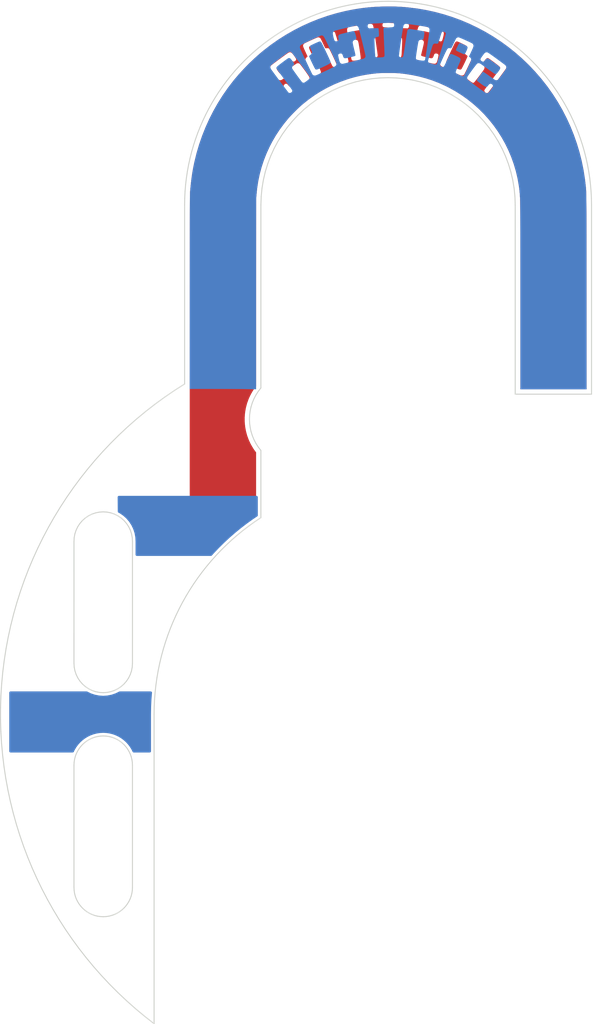
<source format=kicad_pcb>
(kicad_pcb (version 20171130) (host pcbnew "(5.1.9)-1")
  (layers (0 F.Cu signal) (31 B.Cu signal) (34 B.Paste user) (35 F.Paste user) (36 B.SilkS user) (37 F.SilkS user) (38 B.Mask user) (39 F.Mask user) (44 Edge.Cuts user))
  (net 0 "")
  (module BoardShackle (layer F.Cu) (at 0 0)
    (fp_text reference Ref** hide)
    (fp_text value Val** hide)
    (fp_poly (pts (xy 1.23188 -53.136313) (xy 1.499764 -53.133221) (xy 1.744617 -53.127345) (xy 1.976068 -53.118232) (xy 2.203748 -53.105428) (xy 2.437286 -53.088477) (xy 2.686313 -53.066926) (xy 2.942167 -53.042163) (xy 3.834631 -52.931343) (xy 4.717266 -52.779759) (xy 5.588884 -52.588089) (xy 6.448295 -52.357011) (xy 7.294312 -52.087203) (xy 8.125745 -51.779343) (xy 8.941406 -51.43411) (xy 9.740107 -51.052181) (xy 10.520658 -50.634235) (xy 11.281871 -50.180949) (xy 12.022557 -49.693002) (xy 12.741528 -49.171072) (xy 13.437595 -48.615837) (xy 14.109569 -48.027975) (xy 14.756263 -47.408163) (xy 15.376486 -46.757081) (xy 15.969051 -46.075406) (xy 16.532769 -45.363817) (xy 16.630666 -45.233167) (xy 17.146614 -44.503341) (xy 17.627843 -43.750085) (xy 18.073665 -42.975148) (xy 18.483393 -42.180279) (xy 18.856339 -41.367227) (xy 19.191816 -40.53774) (xy 19.489137 -39.693567) (xy 19.747614 -38.836456) (xy 19.966559 -37.968157) (xy 20.145285 -37.090419) (xy 20.283105 -36.204989) (xy 20.329368 -35.824583) (xy 20.337592 -35.751864) (xy 20.345374 -35.684526) (xy 20.352727 -35.621337) (xy 20.359664 -35.561063) (xy 20.366198 -35.502473) (xy 20.372341 -35.444334) (xy 20.378107 -35.385414) (xy 20.383509 -35.324481) (xy 20.388559 -35.2603) (xy 20.393271 -35.191642) (xy 20.397656 -35.117272) (xy 20.401729 -35.035959) (xy 20.405502 -34.946469) (xy 20.408988 -34.847572) (xy 20.4122 -34.738033) (xy 20.41515 -34.616621) (xy 20.417852 -34.482103) (xy 20.420319 -34.333247) (xy 20.422563 -34.16882) (xy 20.424597 -33.98759) (xy 20.426435 -33.788325) (xy 20.428088 -33.569791) (xy 20.429571 -33.330757) (xy 20.430896 -33.06999) (xy 20.432075 -32.786258) (xy 20.433122 -32.478328) (xy 20.43405 -32.144967) (xy 20.434871 -31.784944) (xy 20.435598 -31.397026) (xy 20.436245 -30.979979) (xy 20.436824 -30.532573) (xy 20.437349 -30.053575) (xy 20.437831 -29.541751) (xy 20.438284 -28.99587) (xy 20.43872 -28.414699) (xy 20.439154 -27.797005) (xy 20.439597 -27.141557) (xy 20.440062 -26.447122) (xy 20.440563 -25.712467) (xy 20.44095 -25.161875) (xy 20.447809 -15.5575) (xy 13.948833 -15.5575) (xy 13.948284 -24.516292) (xy 13.948194 -25.20577) (xy 13.948009 -25.878558) (xy 13.947733 -26.533469) (xy 13.947367 -27.169317) (xy 13.946916 -27.784914) (xy 13.94638 -28.379073) (xy 13.945764 -28.950609) (xy 13.945068 -29.498333) (xy 13.944297 -30.02106) (xy 13.943452 -30.517602) (xy 13.942536 -30.986773) (xy 13.941552 -31.427387) (xy 13.940502 -31.838255) (xy 13.939389 -32.218191) (xy 13.938216 -32.566009) (xy 13.936984 -32.880522) (xy 13.935697 -33.160543) (xy 13.934358 -33.404885) (xy 13.932968 -33.612362) (xy 13.93153 -33.781786) (xy 13.930047 -33.911971) (xy 13.928522 -34.00173) (xy 13.927576 -34.036) (xy 13.911615 -34.395143) (xy 13.890278 -34.723549) (xy 13.862594 -35.032583) (xy 13.827593 -35.333611) (xy 13.799315 -35.538191) (xy 13.672279 -36.260933) (xy 13.505415 -36.971183) (xy 13.29975 -37.667546) (xy 13.056308 -38.348628) (xy 12.776114 -39.013038) (xy 12.460195 -39.65938) (xy 12.109574 -40.286262) (xy 11.725277 -40.892291) (xy 11.30833 -41.476071) (xy 10.859757 -42.036211) (xy 10.380584 -42.571317) (xy 9.871836 -43.079995) (xy 9.334539 -43.560851) (xy 8.769716 -44.012493) (xy 8.178395 -44.433526) (xy 7.561599 -44.822558) (xy 6.920354 -45.178195) (xy 6.582833 -45.346937) (xy 5.942458 -45.635201) (xy 5.294569 -45.885897) (xy 4.635657 -46.099982) (xy 4.610468 -46.106656) (xy 8.705322 -46.106656) (xy 8.732601 -46.004112) (xy 8.761847 -45.954453) (xy 8.78686 -45.930815) (xy 8.842286 -45.885616) (xy 8.924046 -45.82184) (xy 9.02806 -45.742472) (xy 9.15025 -45.650494) (xy 9.286536 -45.548891) (xy 9.43284 -45.440646) (xy 9.585082 -45.328744) (xy 9.739183 -45.216168) (xy 9.891064 -45.105902) (xy 10.036646 -45.00093) (xy 10.17185 -44.904236) (xy 10.292597 -44.818803) (xy 10.394807 -44.747615) (xy 10.474403 -44.693657) (xy 10.527304 -44.659911) (xy 10.543899 -44.650887) (xy 10.644005 -44.628087) (xy 10.746168 -44.644735) (xy 10.807616 -44.675528) (xy 10.838775 -44.704589) (xy 10.888347 -44.760466) (xy 10.950306 -44.835408) (xy 11.018627 -44.921666) (xy 11.087285 -45.011487) (xy 11.150254 -45.097121) (xy 11.20151 -45.170818) (xy 11.235027 -45.224825) (xy 11.235966 -45.226563) (xy 11.259034 -45.31014) (xy 11.245548 -45.394561) (xy 11.200094 -45.4707) (xy 11.127262 -45.529432) (xy 11.072043 -45.552605) (xy 10.994044 -45.562305) (xy 10.921945 -45.539704) (xy 10.849914 -45.481764) (xy 10.78461 -45.402764) (xy 10.738535 -45.342489) (xy 10.696238 -45.296732) (xy 10.653745 -45.266659) (xy 10.60708 -45.253437) (xy 10.552269 -45.258233) (xy 10.485338 -45.282212) (xy 10.402312 -45.326543) (xy 10.299217 -45.392391) (xy 10.172077 -45.480923) (xy 10.016919 -45.593307) (xy 9.93775 -45.651346) (xy 9.831523 -45.731062) (xy 9.756663 -45.791681) (xy 9.708971 -45.837065) (xy 9.684248 -45.87108) (xy 9.678374 -45.890061) (xy 9.6845 -45.920645) (xy 9.708799 -45.970381) (xy 9.753321 -46.042553) (xy 9.820116 -46.140447) (xy 9.911234 -46.267349) (xy 9.928892 -46.2915) (xy 10.024875 -46.42236) (xy 10.099306 -46.523022) (xy 10.155638 -46.597449) (xy 10.197324 -46.6496) (xy 10.227819 -46.683437) (xy 10.250576 -46.702921) (xy 10.26905 -46.712014) (xy 10.286693 -46.714675) (xy 10.298 -46.714833) (xy 10.327513 -46.702504) (xy 10.387015 -46.66721) (xy 10.47271 -46.611493) (xy 10.5808 -46.537897) (xy 10.707489 -46.448963) (xy 10.848979 -46.347234) (xy 10.871511 -46.330834) (xy 11.00583 -46.233632) (xy 11.132325 -46.143448) (xy 11.246106 -46.063664) (xy 11.342282 -45.997662) (xy 11.415963 -45.948825) (xy 11.462258 -45.920534) (xy 11.471326 -45.91601) (xy 11.572169 -45.895331) (xy 11.675231 -45.913074) (xy 11.735776 -45.943449) (xy 11.761222 -45.968874) (xy 11.807237 -46.023463) (xy 11.869848 -46.101889) (xy 11.945081 -46.198825) (xy 12.028961 -46.308943) (xy 12.117516 -46.426914) (xy 12.206772 -46.547411) (xy 12.292754 -46.665106) (xy 12.37149 -46.774672) (xy 12.439005 -46.87078) (xy 12.491325 -46.948103) (xy 12.523467 -46.999537) (xy 12.565583 -47.109115) (xy 12.565815 -47.214934) (xy 12.524603 -47.31415) (xy 12.463886 -47.385201) (xy 12.437075 -47.406723) (xy 12.379617 -47.450467) (xy 12.295109 -47.513767) (xy 12.187149 -47.593958) (xy 12.059337 -47.688374) (xy 11.915269 -47.794352) (xy 11.758545 -47.909226) (xy 11.599333 -48.025539) (xy 11.391247 -48.176492) (xy 11.207182 -48.308326) (xy 11.048728 -48.419947) (xy 10.917474 -48.510262) (xy 10.81501 -48.578179) (xy 10.742925 -48.622604) (xy 10.702809 -48.642443) (xy 10.701878 -48.642714) (xy 10.635271 -48.654401) (xy 10.572759 -48.645801) (xy 10.527799 -48.630542) (xy 10.481306 -48.608268) (xy 10.436904 -48.574929) (xy 10.387411 -48.523542) (xy 10.325643 -48.447125) (xy 10.287888 -48.397316) (xy 10.182178 -48.253268) (xy 10.103063 -48.138963) (xy 10.049229 -48.05231) (xy 10.019362 -47.99122) (xy 10.011833 -47.958472) (xy 10.031673 -47.880932) (xy 10.086241 -47.809254) (xy 10.167986 -47.753258) (xy 10.251356 -47.723187) (xy 10.320734 -47.725276) (xy 10.385575 -47.762163) (xy 10.452136 -47.832521) (xy 10.521208 -47.91614) (xy 10.571999 -47.971742) (xy 10.611907 -48.004969) (xy 10.648329 -48.021459) (xy 10.688663 -48.026853) (xy 10.707454 -48.027167) (xy 10.729693 -48.026669) (xy 10.751544 -48.023733) (xy 10.776327 -48.016192) (xy 10.80736 -48.001881) (xy 10.847963 -47.978634) (xy 10.901454 -47.944287) (xy 10.971151 -47.896672) (xy 11.060375 -47.833625) (xy 11.172444 -47.752981) (xy 11.310676 -47.652572) (xy 11.47839 -47.530235) (xy 11.557 -47.472831) (xy 11.682942 -47.380314) (xy 11.778532 -47.308103) (xy 11.847928 -47.251981) (xy 11.895289 -47.207736) (xy 11.924773 -47.171151) (xy 11.940537 -47.138014) (xy 11.946741 -47.104109) (xy 11.947621 -47.076919) (xy 11.943043 -47.035884) (xy 11.926673 -46.989767) (xy 11.894556 -46.93102) (xy 11.842738 -46.852092) (xy 11.792178 -46.780166) (xy 11.707469 -46.666747) (xy 11.637725 -46.587197) (xy 11.577874 -46.538093) (xy 11.522844 -46.516013) (xy 11.467562 -46.517535) (xy 11.423931 -46.531667) (xy 11.390679 -46.550818) (xy 11.327877 -46.591993) (xy 11.240017 -46.652057) (xy 11.131595 -46.727874) (xy 11.007103 -46.816308) (xy 10.871037 -46.914224) (xy 10.762472 -46.993183) (xy 10.578492 -47.127587) (xy 10.425406 -47.239212) (xy 10.299899 -47.330216) (xy 10.198658 -47.402759) (xy 10.118367 -47.458998) (xy 10.055713 -47.501092) (xy 10.00738 -47.5312) (xy 9.970056 -47.55148) (xy 9.940424 -47.564091) (xy 9.915171 -47.571193) (xy 9.890982 -47.574942) (xy 9.865427 -47.577416) (xy 9.788891 -47.577473) (xy 9.727563 -47.556614) (xy 9.695576 -47.536923) (xy 9.665488 -47.507752) (xy 9.614798 -47.448779) (xy 9.547127 -47.364922) (xy 9.466097 -47.261097) (xy 9.375329 -47.142224) (xy 9.278444 -47.013218) (xy 9.179062 -46.878997) (xy 9.080804 -46.744478) (xy 8.987292 -46.614579) (xy 8.902146 -46.494217) (xy 8.828988 -46.388309) (xy 8.771437 -46.301772) (xy 8.733116 -46.239525) (xy 8.71864 -46.21023) (xy 8.705322 -46.106656) (xy 4.610468 -46.106656) (xy 3.962214 -46.278414) (xy 3.270731 -46.42215) (xy 2.557697 -46.532149) (xy 2.021417 -46.591707) (xy 1.905006 -46.600014) (xy 1.753799 -46.60681) (xy 1.574843 -46.612094) (xy 1.375184 -46.615865) (xy 1.161869 -46.618122) (xy 0.941943 -46.618865) (xy 0.722455 -46.618092) (xy 0.510449 -46.615803) (xy 0.312974 -46.611996) (xy 0.137074 -46.606671) (xy -0.010202 -46.599827) (xy -0.116417 -46.591991) (xy -0.689806 -46.52778) (xy -1.231186 -46.448049) (xy -1.748525 -46.351208) (xy -2.249789 -46.235668) (xy -2.742945 -46.099841) (xy -3.026833 -46.011646) (xy -3.720677 -45.766686) (xy -4.391433 -45.487593) (xy -5.041016 -45.173286) (xy -5.67134 -44.822687) (xy -6.284322 -44.434717) (xy -6.881876 -44.008297) (xy -7.465916 -43.542347) (xy -7.577667 -43.447413) (xy -7.678071 -43.358121) (xy -7.801067 -43.243732) (xy -7.940592 -43.110306) (xy -8.090583 -42.963907) (xy -8.244977 -42.810598) (xy -8.397712 -42.656442) (xy -8.542725 -42.507501) (xy -8.673953 -42.369838) (xy -8.785334 -42.249516) (xy -8.861079 -42.164) (xy -9.313409 -41.610609) (xy -9.726428 -41.04997) (xy -10.10306 -40.477678) (xy -10.446233 -39.88933) (xy -10.710243 -39.380583) (xy -11.015108 -38.715741) (xy -11.279545 -38.044069) (xy -11.504179 -37.363201) (xy -11.68964 -36.670768) (xy -11.836553 -35.964403) (xy -11.945546 -35.241737) (xy -12.017246 -34.500404) (xy -12.022229 -34.427583) (xy -12.024038 -34.378551) (xy -12.025775 -34.28773) (xy -12.027439 -34.155664) (xy -12.029028 -33.982898) (xy -12.030541 -33.769976) (xy -12.031977 -33.517443) (xy -12.033336 -33.225843) (xy -12.034615 -32.895721) (xy -12.035813 -32.527621) (xy -12.036929 -32.122086) (xy -12.037963 -31.679663) (xy -12.038912 -31.200894) (xy -12.039776 -30.686325) (xy -12.040554 -30.1365) (xy -12.041243 -29.551963) (xy -12.041844 -28.933258) (xy -12.042354 -28.280931) (xy -12.042773 -27.595525) (xy -12.043099 -26.877585) (xy -12.043332 -26.127655) (xy -12.043469 -25.34628) (xy -12.043506 -24.840905) (xy -12.043833 -15.571727) (xy -13.317322 -15.58578) (xy -13.539058 -15.587962) (xy -13.797084 -15.590039) (xy -14.085354 -15.591987) (xy -14.397824 -15.593779) (xy -14.72845 -15.59539) (xy -15.071187 -15.596792) (xy -15.419992 -15.597961) (xy -15.76882 -15.598869) (xy -16.111626 -15.599492) (xy -16.442366 -15.599802) (xy -16.577506 -15.599833) (xy -18.564201 -15.599833) (xy -18.556752 -25.108958) (xy -18.556081 -25.925733) (xy -18.55538 -26.700971) (xy -18.554646 -27.43547) (xy -18.553877 -28.130025) (xy -18.55307 -28.785434) (xy -18.552222 -29.402493) (xy -18.55133 -29.982) (xy -18.550392 -30.524751) (xy -18.549406 -31.031542) (xy -18.548369 -31.503171) (xy -18.547278 -31.940434) (xy -18.54613 -32.344128) (xy -18.544923 -32.715049) (xy -18.543655 -33.053996) (xy -18.542322 -33.361763) (xy -18.540922 -33.639148) (xy -18.539453 -33.886949) (xy -18.537911 -34.10596) (xy -18.536295 -34.29698) (xy -18.534602 -34.460806) (xy -18.532828 -34.598232) (xy -18.530972 -34.710058) (xy -18.52903 -34.797078) (xy -18.527 -34.860091) (xy -18.52488 -34.899893) (xy -18.524561 -34.903833) (xy -18.484324 -35.344433) (xy -18.442724 -35.749518) (xy -18.39878 -36.125905) (xy -18.351511 -36.48041) (xy -18.299935 -36.819849) (xy -18.243071 -37.15104) (xy -18.179938 -37.480799) (xy -18.109554 -37.815942) (xy -18.097404 -37.871203) (xy -17.884085 -38.738315) (xy -17.630245 -39.595523) (xy -17.336844 -40.440845) (xy -17.004843 -41.272303) (xy -16.635201 -42.087916) (xy -16.22888 -42.885704) (xy -15.786841 -43.663687) (xy -15.310043 -44.419884) (xy -14.799447 -45.152316) (xy -14.256015 -45.859003) (xy -14.172943 -45.961178) (xy -13.719976 -46.492979) (xy -13.235597 -47.021674) (xy -13.034145 -47.227027) (xy -10.644935 -47.227027) (xy -10.635376 -47.117662) (xy -10.586984 -47.010019) (xy -10.559266 -46.969354) (xy -10.509783 -46.8999) (xy -10.441133 -46.805139) (xy -10.355912 -46.688552) (xy -10.256719 -46.553622) (xy -10.146151 -46.403831) (xy -10.026805 -46.242661) (xy -9.90128 -46.073595) (xy -9.772171 -45.900114) (xy -9.642078 -45.725701) (xy -9.513596 -45.553838) (xy -9.389325 -45.388007) (xy -9.27186 -45.23169) (xy -9.163801 -45.08837) (xy -9.067743 -44.961527) (xy -8.986285 -44.854646) (xy -8.922025 -44.771208) (xy -8.877559 -44.714694) (xy -8.855485 -44.688587) (xy -8.854996 -44.688125) (xy -8.782274 -44.648387) (xy -8.696428 -44.644994) (xy -8.606404 -44.678164) (xy -8.600109 -44.681902) (xy -8.518667 -44.748749) (xy -8.477176 -44.824829) (xy -8.474858 -44.899698) (xy -8.491353 -44.934546) (xy -8.533906 -45.002496) (xy -8.602399 -45.103381) (xy -8.696714 -45.237036) (xy -8.816731 -45.403292) (xy -8.962332 -45.601983) (xy -9.133399 -45.832942) (xy -9.230646 -45.963417) (xy -9.366634 -46.145924) (xy -9.495704 -46.3199) (xy -9.615496 -46.482115) (xy -9.723651 -46.629337) (xy -9.817809 -46.758337) (xy -9.895612 -46.865884) (xy -9.954701 -46.948749) (xy -9.992715 -47.003699) (xy -10.006633 -47.025918) (xy -10.024269 -47.065522) (xy -10.033587 -47.101327) (xy -10.031739 -47.136542) (xy -10.015878 -47.174374) (xy -9.983155 -47.21803) (xy -9.930724 -47.270717) (xy -9.855738 -47.335644) (xy -9.755348 -47.416017) (xy -9.626708 -47.515045) (xy -9.466969 -47.635933) (xy -9.4613 -47.640208) (xy -9.326703 -47.740854) (xy -9.200217 -47.833857) (xy -9.086485 -47.915925) (xy -8.99015 -47.983764) (xy -8.915856 -48.034083) (xy -8.868244 -48.063588) (xy -8.856007 -48.069468) (xy -8.80529 -48.081588) (xy -8.758114 -48.078669) (xy -8.709938 -48.057166) (xy -8.656219 -48.013532) (xy -8.592414 -47.944221) (xy -8.513982 -47.845686) (xy -8.436684 -47.742118) (xy -8.377351 -47.65683) (xy -8.331294 -47.581851) (xy -8.303412 -47.525621) (xy -8.297333 -47.502105) (xy -8.314712 -47.452895) (xy -8.363768 -47.388851) (xy -8.391229 -47.360635) (xy -8.467229 -47.267653) (xy -8.502319 -47.174363) (xy -8.497762 -47.076783) (xy -8.490032 -47.049588) (xy -8.473508 -47.020041) (xy -8.43508 -46.961356) (xy -8.3782 -46.878295) (xy -8.306323 -46.775617) (xy -8.222901 -46.658085) (xy -8.131387 -46.530458) (xy -8.035236 -46.397497) (xy -7.937901 -46.263964) (xy -7.842834 -46.134618) (xy -7.75349 -46.01422) (xy -7.673321 -45.907532) (xy -7.605782 -45.819314) (xy -7.554325 -45.754326) (xy -7.527776 -45.723046) (xy -7.452334 -45.663409) (xy -7.371689 -45.645464) (xy -7.315326 -45.656072) (xy -7.26609 -45.680279) (xy -7.195901 -45.724717) (xy -7.11222 -45.783543) (xy -7.022511 -45.850911) (xy -6.934237 -45.920976) (xy -6.854861 -45.987896) (xy -6.791845 -46.045824) (xy -6.752653 -46.088916) (xy -6.744235 -46.103319) (xy -6.734287 -46.166274) (xy -6.738504 -46.212684) (xy -6.754872 -46.244219) (xy -6.794558 -46.305832) (xy -6.854998 -46.394102) (xy -6.933628 -46.505609) (xy -7.027885 -46.636932) (xy -7.135205 -46.784649) (xy -7.253023 -46.945339) (xy -7.378776 -47.115582) (xy -7.509899 -47.291956) (xy -7.643829 -47.471041) (xy -7.778002 -47.649414) (xy -7.909854 -47.823657) (xy -8.03682 -47.990346) (xy -8.156338 -48.146062) (xy -8.265843 -48.287383) (xy -8.362771 -48.410888) (xy -8.444558 -48.513156) (xy -8.50864 -48.590766) (xy -8.552454 -48.640298) (xy -8.570339 -48.656875) (xy -8.663394 -48.697649) (xy -8.761638 -48.697973) (xy -8.832937 -48.675847) (xy -8.87082 -48.654342) (xy -8.93701 -48.610556) (xy -9.027518 -48.5475) (xy -9.138355 -48.468186) (xy -9.265532 -48.375627) (xy -9.405059 -48.272835) (xy -9.552948 -48.162823) (xy -9.70521 -48.048602) (xy -9.857855 -47.933185) (xy -10.006894 -47.819585) (xy -10.148339 -47.710814) (xy -10.2782 -47.609883) (xy -10.392488 -47.519806) (xy -10.487215 -47.443595) (xy -10.55839 -47.384261) (xy -10.602025 -47.344818) (xy -10.613887 -47.33098) (xy -10.644935 -47.227027) (xy -13.034145 -47.227027) (xy -12.728093 -47.539003) (xy -12.205751 -48.036707) (xy -11.67686 -48.506527) (xy -11.321689 -48.802629) (xy -10.859701 -49.159811) (xy -7.740879 -49.159811) (xy -7.723545 -49.049807) (xy -7.71978 -49.038568) (xy -7.704753 -49.002337) (xy -7.673435 -48.932079) (xy -7.62775 -48.831873) (xy -7.569623 -48.705798) (xy -7.50098 -48.557933) (xy -7.423745 -48.392359) (xy -7.339844 -48.213153) (xy -7.251203 -48.024396) (xy -7.159745 -47.830166) (xy -7.067396 -47.634543) (xy -6.976081 -47.441606) (xy -6.887726 -47.255434) (xy -6.804255 -47.080107) (xy -6.727593 -46.919703) (xy -6.659666 -46.778303) (xy -6.602399 -46.659985) (xy -6.557716 -46.568829) (xy -6.527544 -46.508913) (xy -6.515608 -46.486954) (xy -6.448427 -46.410129) (xy -6.359934 -46.367378) (xy -6.265198 -46.355848) (xy -6.237345 -46.357922) (xy -6.201634 -46.365581) (xy -6.154572 -46.380306) (xy -6.092664 -46.40358) (xy -6.012416 -46.436886) (xy -5.910333 -46.481706) (xy -5.78292 -46.539523) (xy -5.626684 -46.61182) (xy -5.43813 -46.700078) (xy -5.294539 -46.767673) (xy -5.110928 -46.854406) (xy -4.935803 -46.937444) (xy -4.773586 -47.014669) (xy -4.628697 -47.083963) (xy -4.505557 -47.143206) (xy -4.408587 -47.19028) (xy -4.342206 -47.223068) (xy -4.315184 -47.236992) (xy -4.213437 -47.309322) (xy -4.151906 -47.394431) (xy -4.130014 -47.493777) (xy -4.147187 -47.60882) (xy -4.156802 -47.638214) (xy -4.170844 -47.671477) (xy -4.201373 -47.739496) (xy -4.24676 -47.838765) (xy -4.305375 -47.965777) (xy -4.375592 -48.117027) (xy -4.455781 -48.289008) (xy -4.544314 -48.478214) (xy -4.639562 -48.68114) (xy -4.739898 -48.894279) (xy -4.760201 -48.937333) (xy -4.882332 -49.196001) (xy -4.98809 -49.419038) (xy -5.079046 -49.609155) (xy -5.156771 -49.769066) (xy -5.222837 -49.901479) (xy -5.278816 -50.009107) (xy -5.326279 -50.094661) (xy -5.366799 -50.160852) (xy -5.401947 -50.210391) (xy -5.433294 -50.24599) (xy -5.462413 -50.27036) (xy -5.490874 -50.286211) (xy -5.52025 -50.296255) (xy -5.551983 -50.30318) (xy -5.573454 -50.306594) (xy -5.595609 -50.307618) (xy -5.621663 -50.304918) (xy -5.654829 -50.29716) (xy -5.698321 -50.283009) (xy -5.755353 -50.261132) (xy -5.829139 -50.230194) (xy -5.922891 -50.188862) (xy -6.039825 -50.1358) (xy -6.183154 -50.069675) (xy -6.356092 -49.989153) (xy -6.561852 -49.8929) (xy -6.729105 -49.814525) (xy -6.968107 -49.701783) (xy -7.169513 -49.605208) (xy -7.33458 -49.524161) (xy -7.464568 -49.458005) (xy -7.560735 -49.4061) (xy -7.624338 -49.367808) (xy -7.654129 -49.345104) (xy -7.717861 -49.257677) (xy -7.740879 -49.159811) (xy -10.859701 -49.159811) (xy -10.608064 -49.354361) (xy -9.870653 -49.871496) (xy -9.110947 -50.353346) (xy -8.817206 -50.521151) (xy -4.501563 -50.521151) (xy -4.499703 -50.462663) (xy -4.487466 -50.374518) (xy -4.467255 -50.266929) (xy -4.441473 -50.150111) (xy -4.412523 -50.034279) (xy -4.382808 -49.929646) (xy -4.35473 -49.846426) (xy -4.330697 -49.794838) (xy -4.269154 -49.735797) (xy -4.189048 -49.709156) (xy -4.09951 -49.715302) (xy -4.009675 -49.754619) (xy -3.975551 -49.779848) (xy -3.947732 -49.806212) (xy -3.92951 -49.835049) (xy -3.920376 -49.87374) (xy -3.91982 -49.929666) (xy -3.927334 -50.010209) (xy -3.942408 -50.122751) (xy -3.948823 -50.16726) (xy -3.954667 -50.231892) (xy -3.944565 -50.276148) (xy -3.912689 -50.320756) (xy -3.902369 -50.332459) (xy -3.883242 -50.352062) (xy -3.860757 -50.369418) (xy -3.830206 -50.386058) (xy -3.786886 -50.403509) (xy -3.726089 -50.4233) (xy -3.64311 -50.44696) (xy -3.533245 -50.476015) (xy -3.391786 -50.511996) (xy -3.214028 -50.55643) (xy -3.208761 -50.557742) (xy -3.048087 -50.597169) (xy -2.897674 -50.632989) (xy -2.763247 -50.663922) (xy -2.650529 -50.688691) (xy -2.565247 -50.706016) (xy -2.513124 -50.714618) (xy -2.503342 -50.715333) (xy -2.443197 -50.707548) (xy -2.393703 -50.680931) (xy -2.351617 -50.630595) (xy -2.313695 -50.551649) (xy -2.276696 -50.439205) (xy -2.247515 -50.329597) (xy -2.215131 -50.199323) (xy -2.193632 -50.103417) (xy -2.184161 -50.035049) (xy -2.187864 -49.987389) (xy -2.205886 -49.953607) (xy -2.239371 -49.926873) (xy -2.289465 -49.900357) (xy -2.322118 -49.884552) (xy -2.426664 -49.826424) (xy -2.495069 -49.767931) (xy -2.532969 -49.701881) (xy -2.546003 -49.621083) (xy -2.546062 -49.598911) (xy -2.540389 -49.551633) (xy -2.525442 -49.469969) (xy -2.502642 -49.360494) (xy -2.473412 -49.229781) (xy -2.439173 -49.084405) (xy -2.403131 -48.938028) (xy -2.359386 -48.762067) (xy -2.326022 -48.622699) (xy -2.302209 -48.515695) (xy -2.287116 -48.436827) (xy -2.279911 -48.381866) (xy -2.279764 -48.346583) (xy -2.283756 -48.330556) (xy -2.291232 -48.31497) (xy -2.30103 -48.301861) (xy -2.317896 -48.289701) (xy -2.346578 -48.276964) (xy -2.391823 -48.26212) (xy -2.458378 -48.243643) (xy -2.550989 -48.220004) (xy -2.674405 -48.189677) (xy -2.833372 -48.151132) (xy -2.865319 -48.143399) (xy -3.0291 -48.104673) (xy -3.157349 -48.078269) (xy -3.255465 -48.065707) (xy -3.328848 -48.068506) (xy -3.382898 -48.088184) (xy -3.423013 -48.126261) (xy -3.454594 -48.184256) (xy -3.483039 -48.263687) (xy -3.500821 -48.322176) (xy -3.52839 -48.396302) (xy -3.561725 -48.460337) (xy -3.580894 -48.486217) (xy -3.642346 -48.524159) (xy -3.721432 -48.536339) (xy -3.806122 -48.525574) (xy -3.884387 -48.494679) (xy -3.944198 -48.446469) (xy -3.971331 -48.394838) (xy -3.971877 -48.351122) (xy -3.962377 -48.276069) (xy -3.944927 -48.178895) (xy -3.921623 -48.068817) (xy -3.89456 -47.955052) (xy -3.865835 -47.846817) (xy -3.837544 -47.753328) (xy -3.811782 -47.683803) (xy -3.807496 -47.674378) (xy -3.747779 -47.582539) (xy -3.671391 -47.528183) (xy -3.57369 -47.508848) (xy -3.503083 -47.513012) (xy -3.465366 -47.520267) (xy -3.391127 -47.536652) (xy -3.284929 -47.561087) (xy -3.151334 -47.592493) (xy -2.994906 -47.629792) (xy -2.820206 -47.671903) (xy -2.631797 -47.717748) (xy -2.503304 -47.749263) (xy 4.863046 -47.749263) (xy 4.866792 -47.725881) (xy 4.869469 -47.71681) (xy 4.886835 -47.677492) (xy 4.914216 -47.644606) (xy 4.957734 -47.614861) (xy 5.023511 -47.584961) (xy 5.11767 -47.551614) (xy 5.246333 -47.511527) (xy 5.257119 -47.508285) (xy 5.409005 -47.46642) (xy 5.527135 -47.442571) (xy 5.615766 -47.436129) (xy 5.67916 -47.446488) (xy 5.682302 -47.447649) (xy 5.6885 -47.452655) (xy 6.043066 -47.452655) (xy 6.044766 -47.380783) (xy 6.077964 -47.307831) (xy 6.134877 -47.248513) (xy 6.158807 -47.233775) (xy 6.245836 -47.205227) (xy 6.332791 -47.204334) (xy 6.405967 -47.230241) (xy 6.431093 -47.250779) (xy 6.452019 -47.282602) (xy 6.487617 -47.347418) (xy 6.535085 -47.439663) (xy 6.591617 -47.553772) (xy 6.654411 -47.684181) (xy 6.720663 -47.825326) (xy 6.721703 -47.827571) (xy 6.788486 -47.969494) (xy 6.852456 -48.101296) (xy 6.910696 -48.217285) (xy 6.960288 -48.311768) (xy 6.998316 -48.379051) (xy 7.021864 -48.413441) (xy 7.021881 -48.413458) (xy 7.08746 -48.460577) (xy 7.148098 -48.471667) (xy 7.198762 -48.462032) (xy 7.278482 -48.435599) (xy 7.379279 -48.396077) (xy 7.493173 -48.347173) (xy 7.612186 -48.292597) (xy 7.728337 -48.236057) (xy 7.833648 -48.18126) (xy 7.920139 -48.131915) (xy 7.979831 -48.091731) (xy 7.995708 -48.077744) (xy 8.028403 -48.040862) (xy 8.051314 -48.004165) (xy 8.063407 -47.963062) (xy 8.06365 -47.912964) (xy 8.051008 -47.849279) (xy 8.024448 -47.767417) (xy 7.982937 -47.662789) (xy 7.925441 -47.530803) (xy 7.850928 -47.36687) (xy 7.821083 -47.302064) (xy 7.741484 -47.128183) (xy 7.679249 -46.987952) (xy 7.633215 -46.876957) (xy 7.602215 -46.790786) (xy 7.585086 -46.725024) (xy 7.580662 -46.67526) (xy 7.58778 -46.637079) (xy 7.605275 -46.606069) (xy 7.630356 -46.579314) (xy 7.669157 -46.552255) (xy 7.737593 -46.513161) (xy 7.826514 -46.466956) (xy 7.926769 -46.418567) (xy 7.942565 -46.411266) (xy 8.076957 -46.352129) (xy 8.180676 -46.313585) (xy 8.259609 -46.294882) (xy 8.319641 -46.295271) (xy 8.36666 -46.313999) (xy 8.406552 -46.350317) (xy 8.407905 -46.351914) (xy 8.428311 -46.384689) (xy 8.463903 -46.451241) (xy 8.51234 -46.546813) (xy 8.57128 -46.666647) (xy 8.638384 -46.805986) (xy 8.711309 -46.960071) (xy 8.785433 -47.119206) (xy 8.873468 -47.310491) (xy 8.944799 -47.467551) (xy 9.00103 -47.594331) (xy 9.043768 -47.694775) (xy 9.074617 -47.772827) (xy 9.095182 -47.832433) (xy 9.107067 -47.877536) (xy 9.111879 -47.912081) (xy 9.112188 -47.922264) (xy 9.094345 -48.030979) (xy 9.039966 -48.118678) (xy 8.964295 -48.178013) (xy 8.89354 -48.21976) (xy 9.062672 -48.583838) (xy 9.141272 -48.753667) (xy 9.203511 -48.890053) (xy 9.251255 -48.997763) (xy 9.286367 -49.081566) (xy 9.31071 -49.146228) (xy 9.32615 -49.196518) (xy 9.334548 -49.237201) (xy 9.33777 -49.273047) (xy 9.338028 -49.288189) (xy 9.319864 -49.392623) (xy 9.264635 -49.477218) (xy 9.200018 -49.527708) (xy 9.147084 -49.556857) (xy 9.064429 -49.598324) (xy 8.957944 -49.649478) (xy 8.833525 -49.707687) (xy 8.697065 -49.770318) (xy 8.554458 -49.834739) (xy 8.411598 -49.898319) (xy 8.274378 -49.958425) (xy 8.148693 -50.012424) (xy 8.040437 -50.057685) (xy 7.955502 -50.091577) (xy 7.899784 -50.111465) (xy 7.883927 -50.115455) (xy 7.777481 -50.109943) (xy 7.682117 -50.064431) (xy 7.634549 -50.021216) (xy 7.615174 -49.990698) (xy 7.581148 -49.927507) (xy 7.535397 -49.837482) (xy 7.48085 -49.726461) (xy 7.420433 -49.600282) (xy 7.376075 -49.505757) (xy 7.305063 -49.354388) (xy 7.248905 -49.23787) (xy 7.205432 -49.152291) (xy 7.172477 -49.093741) (xy 7.147874 -49.05831) (xy 7.129453 -49.042087) (xy 7.118059 -49.040235) (xy 7.075563 -49.046574) (xy 7.009689 -49.054148) (xy 6.970843 -49.05797) (xy 6.924429 -49.060782) (xy 6.883594 -49.057836) (xy 6.846061 -49.045873) (xy 6.80955 -49.021632) (xy 6.771783 -48.981853) (xy 6.730483 -48.923276) (xy 6.68337 -48.842642) (xy 6.628165 -48.736689) (xy 6.562592 -48.602159) (xy 6.48437 -48.435791) (xy 6.391223 -48.234326) (xy 6.383552 -48.217667) (xy 6.308546 -48.054083) (xy 6.238853 -47.900788) (xy 6.176558 -47.762467) (xy 6.123746 -47.643806) (xy 6.082502 -47.54949) (xy 6.054913 -47.484207) (xy 6.043066 -47.452655) (xy 5.6885 -47.452655) (xy 5.716149 -47.474984) (xy 5.746873 -47.519404) (xy 5.75966 -47.552682) (xy 5.782875 -47.622086) (xy 5.815327 -47.723604) (xy 5.855822 -47.853224) (xy 5.903169 -48.006933) (xy 5.956176 -48.180718) (xy 6.013652 -48.370568) (xy 6.074404 -48.572469) (xy 6.13724 -48.78241) (xy 6.200968 -48.996379) (xy 6.264397 -49.210361) (xy 6.326335 -49.420347) (xy 6.385589 -49.622322) (xy 6.440968 -49.812274) (xy 6.491279 -49.986192) (xy 6.535331 -50.140062) (xy 6.571932 -50.269872) (xy 6.59989 -50.371611) (xy 6.618013 -50.441264) (xy 6.625109 -50.474821) (xy 6.625167 -50.476002) (xy 6.605939 -50.547223) (xy 6.555058 -50.607159) (xy 6.482727 -50.650859) (xy 6.399152 -50.67337) (xy 6.314534 -50.66974) (xy 6.264161 -50.651206) (xy 6.242354 -50.636519) (xy 6.222018 -50.614142) (xy 6.201317 -50.579427) (xy 6.178418 -50.527726) (xy 6.151485 -50.454392) (xy 6.118686 -50.354777) (xy 6.078184 -50.224233) (xy 6.028147 -50.058113) (xy 6.022141 -50.038) (xy 5.980401 -49.901104) (xy 5.94073 -49.776469) (xy 5.905238 -49.670307) (xy 5.876038 -49.588828) (xy 5.855241 -49.538245) (xy 5.847911 -49.525564) (xy 5.824906 -49.507288) (xy 5.790291 -49.498182) (xy 5.733748 -49.497016) (xy 5.651143 -49.502078) (xy 5.564263 -49.507318) (xy 5.506711 -49.505533) (xy 5.465807 -49.494929) (xy 5.42887 -49.473714) (xy 5.423425 -49.469889) (xy 5.369417 -49.418034) (xy 5.327739 -49.35612) (xy 5.327583 -49.355792) (xy 5.314094 -49.31999) (xy 5.290177 -49.248635) (xy 5.257416 -49.146766) (xy 5.217396 -49.019425) (xy 5.171701 -48.871651) (xy 5.121914 -48.708484) (xy 5.070346 -48.537386) (xy 5.011778 -48.341272) (xy 4.964595 -48.181435) (xy 4.927769 -48.053679) (xy 4.900273 -47.953809) (xy 4.88108 -47.877628) (xy 4.869162 -47.82094) (xy 4.863493 -47.779551) (xy 4.863046 -47.749263) (xy -2.503304 -47.749263) (xy -2.4765 -47.755837) (xy -2.280195 -47.804523) (xy -2.093888 -47.851441) (xy -1.922175 -47.895382) (xy -1.769648 -47.935139) (xy -1.640903 -47.969505) (xy -1.540533 -47.997272) (xy -1.473133 -48.017231) (xy -1.44641 -48.026601) (xy -1.35569 -48.084659) (xy -1.299337 -48.165773) (xy -1.277313 -48.244304) (xy -1.277927 -48.273443) (xy -1.285656 -48.327651) (xy -1.300934 -48.408842) (xy -1.324193 -48.518936) (xy -1.355869 -48.659847) (xy -1.396393 -48.833493) (xy -1.446201 -49.041791) (xy -1.505726 -49.286657) (xy -1.575402 -49.570008) (xy -1.59751 -49.659418) (xy -1.655632 -49.893176) (xy -1.711712 -50.116723) (xy -1.764786 -50.326343) (xy -1.81389 -50.518318) (xy -1.858059 -50.688931) (xy -1.896328 -50.834467) (xy -1.927734 -50.951207) (xy -1.951313 -51.035436) (xy -1.966099 -51.083436) (xy -1.96879 -51.090477) (xy -2.028463 -51.179696) (xy -2.08299 -51.218851) (xy -1.0795 -51.218851) (xy -1.074817 -51.147498) (xy -1.055635 -51.097643) (xy -1.015497 -51.05024) (xy -0.951493 -50.986237) (xy -0.544538 -51.002491) (xy -0.385545 -51.008652) (xy -0.263507 -51.012729) (xy -0.17309 -51.014596) (xy -0.108962 -51.014125) (xy -0.065789 -51.01119) (xy -0.038238 -51.005663) (xy -0.020975 -50.997416) (xy -0.011984 -50.989784) (xy -0.003745 -50.962371) (xy 0.005435 -50.90009) (xy 0.014754 -50.81037) (xy 0.023414 -50.700641) (xy 0.02905 -50.608661) (xy 0.03586 -50.476448) (xy 0.039657 -50.379847) (xy 0.04013 -50.312225) (xy 0.036972 -50.266948) (xy 0.029873 -50.237382) (xy 0.018526 -50.216892) (xy 0.01036 -50.207087) (xy -0.04239 -50.174085) (xy -0.093239 -50.164535) (xy -0.167317 -50.152714) (xy -0.246511 -50.123089) (xy -0.315452 -50.083005) (xy -0.358772 -50.039804) (xy -0.360449 -50.036849) (xy -0.385929 -49.979308) (xy -0.402654 -49.930467) (xy -0.406198 -49.893569) (xy -0.407228 -49.820816) (xy -0.406022 -49.717944) (xy -0.402856 -49.590685) (xy -0.398008 -49.444773) (xy -0.391754 -49.285943) (xy -0.384371 -49.119928) (xy -0.376138 -48.952461) (xy -0.367329 -48.789277) (xy -0.358223 -48.63611) (xy -0.349097 -48.498692) (xy -0.340227 -48.382758) (xy -0.331891 -48.294042) (xy -0.324365 -48.238277) (xy -0.320146 -48.22261) (xy -0.299022 -48.189199) (xy -0.272525 -48.165198) (xy -0.234093 -48.14935) (xy -0.177164 -48.140395) (xy -0.095179 -48.137074) (xy 0.018425 -48.138128) (xy 0.108122 -48.140442) (xy 0.252264 -48.145934) (xy 0.359696 -48.153328) (xy 0.436022 -48.163229) (xy 0.486848 -48.176244) (xy 0.502432 -48.183038) (xy 0.550353 -48.215502) (xy 0.578899 -48.248872) (xy 0.579518 -48.250365) (xy 0.584491 -48.269212) (xy 0.588164 -48.298547) (xy 0.588487 -48.304578) (xy 1.99917 -48.304578) (xy 1.999629 -48.287613) (xy 2.031448 -48.219109) (xy 2.090721 -48.17022) (xy 2.167071 -48.141909) (xy 2.250118 -48.135143) (xy 2.329484 -48.150884) (xy 2.394788 -48.1901) (xy 2.43336 -48.247297) (xy 2.43986 -48.276718) (xy 2.451993 -48.344111) (xy 2.469135 -48.44558) (xy 2.490661 -48.577228) (xy 2.515946 -48.735159) (xy 2.544365 -48.915477) (xy 2.575292 -49.114286) (xy 2.608103 -49.327689) (xy 2.634381 -49.500315) (xy 2.66834 -49.723078) (xy 2.700999 -49.934848) (xy 2.73172 -50.131645) (xy 2.759864 -50.309489) (xy 2.784792 -50.464399) (xy 2.805864 -50.592395) (xy 2.822442 -50.689497) (xy 2.833887 -50.751725) (xy 2.838748 -50.773211) (xy 2.881562 -50.849872) (xy 2.948011 -50.904303) (xy 3.025952 -50.926861) (xy 3.032422 -50.927) (xy 3.080977 -50.92361) (xy 3.162468 -50.914131) (xy 3.270497 -50.899596) (xy 3.398669 -50.881041) (xy 3.540584 -50.8595) (xy 3.689847 -50.836007) (xy 3.84006 -50.811598) (xy 3.984826 -50.787307) (xy 4.117748 -50.764169) (xy 4.232428 -50.743218) (xy 4.322469 -50.725488) (xy 4.381474 -50.712016) (xy 4.40087 -50.705679) (xy 4.445601 -50.676881) (xy 4.476142 -50.640192) (xy 4.493415 -50.589288) (xy 4.498341 -50.51785) (xy 4.491844 -50.419554) (xy 4.474846 -50.288079) (xy 4.468236 -50.243846) (xy 4.449314 -50.130573) (xy 4.429892 -50.033327) (xy 4.411768 -49.960022) (xy 4.396738 -49.918575) (xy 4.393333 -49.913762) (xy 4.352164 -49.89557) (xy 4.275917 -49.884526) (xy 4.219436 -49.881912) (xy 4.105724 -49.8716) (xy 4.023466 -49.842849) (xy 3.964176 -49.791244) (xy 3.927321 -49.73) (xy 3.915241 -49.690054) (xy 3.898076 -49.612116) (xy 3.87649 -49.500136) (xy 3.851144 -49.358063) (xy 3.822703 -49.189846) (xy 3.791829 -48.999436) (xy 3.759186 -48.790781) (xy 3.725435 -48.56783) (xy 3.691241 -48.334534) (xy 3.680497 -48.259627) (xy 3.666522 -48.139764) (xy 3.666881 -48.050107) (xy 3.686409 -47.984867) (xy 3.729939 -47.938253) (xy 3.802307 -47.904476) (xy 3.908346 -47.877748) (xy 4.015519 -47.858403) (xy 4.192258 -47.832673) (xy 4.333623 -47.820078) (xy 4.438075 -47.820684) (xy 4.504077 -47.834557) (xy 4.509406 -47.837152) (xy 4.553652 -47.874272) (xy 4.571492 -47.899218) (xy 4.579097 -47.928289) (xy 4.59205 -47.995065) (xy 4.609716 -48.09534) (xy 4.631461 -48.224912) (xy 4.65665 -48.379575) (xy 4.684647 -48.555126) (xy 4.714819 -48.74736) (xy 4.746529 -48.952073) (xy 4.779143 -49.165061) (xy 4.812026 -49.382121) (xy 4.844544 -49.599047) (xy 4.876061 -49.811635) (xy 4.905943 -50.015682) (xy 4.933554 -50.206983) (xy 4.958261 -50.381334) (xy 4.979427 -50.534532) (xy 4.996418 -50.66237) (xy 5.008599 -50.760647) (xy 5.015335 -50.825156) (xy 5.0165 -50.846046) (xy 5.01317 -50.922326) (xy 4.999207 -50.974803) (xy 4.968653 -51.02175) (xy 4.953295 -51.039847) (xy 4.870909 -51.106315) (xy 4.799837 -51.136234) (xy 4.747937 -51.14763) (xy 4.661819 -51.163428) (xy 4.54648 -51.18291) (xy 4.406915 -51.205358) (xy 4.248121 -51.230054) (xy 4.075092 -51.256278) (xy 3.892826 -51.283314) (xy 3.706317 -51.310442) (xy 3.520562 -51.336945) (xy 3.340556 -51.362105) (xy 3.171296 -51.385203) (xy 3.017777 -51.40552) (xy 2.884996 -51.42234) (xy 2.777947 -51.434942) (xy 2.701628 -51.442611) (xy 2.661033 -51.444626) (xy 2.657376 -51.444236) (xy 2.559953 -51.40815) (xy 2.490253 -51.342975) (xy 2.455122 -51.279757) (xy 2.444496 -51.241816) (xy 2.428723 -51.166642) (xy 2.408449 -51.058478) (xy 2.384321 -50.921569) (xy 2.356984 -50.760159) (xy 2.327084 -50.578492) (xy 2.295268 -50.380813) (xy 2.262181 -50.171365) (xy 2.228471 -49.954393) (xy 2.194782 -49.734141) (xy 2.161761 -49.514854) (xy 2.130054 -49.300775) (xy 2.100307 -49.096149) (xy 2.073166 -48.90522) (xy 2.049278 -48.732232) (xy 2.029288 -48.58143) (xy 2.013843 -48.457057) (xy 2.003588 -48.363358) (xy 1.99917 -48.304578) (xy 0.588487 -48.304578) (xy 0.590457 -48.341307) (xy 0.59129 -48.400427) (xy 0.590584 -48.478844) (xy 0.588258 -48.579494) (xy 0.584232 -48.705315) (xy 0.578425 -48.859241) (xy 0.570759 -49.044211) (xy 0.561152 -49.26316) (xy 0.549524 -49.519024) (xy 0.538338 -49.760338) (xy 0.52833 -49.980452) (xy 0.519359 -50.188875) (xy 0.511563 -50.381587) (xy 0.505081 -50.554569) (xy 0.500052 -50.703803) (xy 0.496614 -50.825268) (xy 0.494907 -50.914946) (xy 0.495068 -50.968818) (xy 0.496146 -50.982391) (xy 0.503139 -51.003853) (xy 0.515493 -51.020548) (xy 0.538466 -51.033438) (xy 0.577317 -51.043486) (xy 0.637302 -51.051653) (xy 0.723681 -51.058901) (xy 0.841712 -51.066192) (xy 0.996652 -51.074489) (xy 1.000622 -51.074696) (xy 1.166564 -51.084444) (xy 1.294956 -51.095728) (xy 1.39058 -51.110697) (xy 1.458215 -51.131499) (xy 1.502642 -51.160283) (xy 1.52864 -51.199197) (xy 1.540989 -51.250391) (xy 1.54447 -51.316012) (xy 1.544493 -51.319165) (xy 1.531297 -51.425037) (xy 1.489889 -51.499762) (xy 1.425346 -51.542127) (xy 1.396159 -51.544431) (xy 1.329469 -51.544749) (xy 1.230051 -51.54328) (xy 1.10268 -51.540221) (xy 0.952129 -51.535771) (xy 0.783175 -51.530128) (xy 0.60059 -51.52349) (xy 0.409149 -51.516056) (xy 0.213628 -51.508024) (xy 0.0188 -51.499592) (xy -0.17056 -51.490958) (xy -0.349678 -51.48232) (xy -0.513778 -51.473877) (xy -0.658087 -51.465827) (xy -0.777831 -51.458369) (xy -0.868233 -51.451699) (xy -0.924521 -51.446017) (xy -0.936367 -51.444076) (xy -1.008439 -51.408756) (xy -1.056837 -51.341196) (xy -1.078579 -51.246084) (xy -1.0795 -51.218851) (xy -2.08299 -51.218851) (xy -2.112424 -51.239986) (xy -2.211672 -51.265205) (xy -2.225528 -51.265588) (xy -2.258852 -51.260608) (xy -2.328254 -51.246446) (xy -2.428775 -51.224307) (xy -2.555453 -51.195398) (xy -2.703329 -51.160927) (xy -2.867443 -51.122099) (xy -3.042833 -51.080121) (xy -3.22454 -51.0362) (xy -3.407604 -50.991542) (xy -3.587064 -50.947353) (xy -3.75796 -50.904842) (xy -3.915332 -50.865213) (xy -4.054219 -50.829673) (xy -4.169662 -50.79943) (xy -4.256699 -50.77569) (xy -4.310371 -50.759659) (xy -4.320805 -50.755913) (xy -4.408677 -50.699791) (xy -4.471877 -50.617555) (xy -4.501563 -50.521151) (xy -8.817206 -50.521151) (xy -8.330438 -50.799225) (xy -7.530619 -51.208444) (xy -6.712982 -51.580315) (xy -5.879019 -51.914151) (xy -5.030222 -52.209263) (xy -4.168084 -52.464964) (xy -3.294095 -52.680567) (xy -2.605913 -52.820311) (xy -2.033685 -52.917936) (xy -1.478215 -52.996304) (xy -0.928659 -53.056384) (xy -0.374176 -53.099148) (xy 0.196079 -53.125568) (xy 0.792949 -53.136613) (xy 0.931333 -53.137078) (xy 1.23188 -53.136313)) (layer B.Cu) (width 0.01))
    (fp_poly (pts (xy 8.084645 -49.520727) (xy 8.152563 -49.495624) (xy 8.240463 -49.458765) (xy 8.339654 -49.414227) (xy 8.441448 -49.366084) (xy 8.537154 -49.31841) (xy 8.618082 -49.275281) (xy 8.675543 -49.240772) (xy 8.696325 -49.224762) (xy 8.728323 -49.183061) (xy 8.743371 -49.13352) (xy 8.740562 -49.070262) (xy 8.718988 -48.987413) (xy 8.677743 -48.879097) (xy 8.624175 -48.757436) (xy 8.565926 -48.63476) (xy 8.518689 -48.547355) (xy 8.479248 -48.49062) (xy 8.444388 -48.459954) (xy 8.410893 -48.450757) (xy 8.40985 -48.450765) (xy 8.386058 -48.459285) (xy 8.330084 -48.48285) (xy 8.248166 -48.518726) (xy 8.146542 -48.564178) (xy 8.031449 -48.616473) (xy 8.02337 -48.620173) (xy 7.907303 -48.674283) (xy 7.804424 -48.724026) (xy 7.721017 -48.766219) (xy 7.663362 -48.797677) (xy 7.637745 -48.81522) (xy 7.637402 -48.8157) (xy 7.625521 -48.842601) (xy 7.623725 -48.876137) (xy 7.633908 -48.922526) (xy 7.65796 -48.987989) (xy 7.697776 -49.078745) (xy 7.753554 -49.197472) (xy 7.814221 -49.320606) (xy 7.863774 -49.409669) (xy 7.906809 -49.469901) (xy 7.947927 -49.506539) (xy 7.991723 -49.524823) (xy 8.042797 -49.529992) (xy 8.045399 -49.53) (xy 8.084645 -49.520727)) (layer B.Cu) (width 0.01))
    (fp_poly (pts (xy -5.720542 -49.696025) (xy -5.668718 -49.673877) (xy -5.649311 -49.648168) (xy -5.614529 -49.588473) (xy -5.566547 -49.499331) (xy -5.50754 -49.385281) (xy -5.439683 -49.250863) (xy -5.36515 -49.100613) (xy -5.286117 -48.939072) (xy -5.204759 -48.770778) (xy -5.123249 -48.60027) (xy -5.043765 -48.432087) (xy -4.968479 -48.270767) (xy -4.899568 -48.120848) (xy -4.839206 -47.986871) (xy -4.789568 -47.873373) (xy -4.752828 -47.784894) (xy -4.731163 -47.725972) (xy -4.726396 -47.707378) (xy -4.723776 -47.668616) (xy -4.730099 -47.633157) (xy -4.748836 -47.598606) (xy -4.783458 -47.56257) (xy -4.837436 -47.522654) (xy -4.91424 -47.476464) (xy -5.017341 -47.421607) (xy -5.15021 -47.355689) (xy -5.316319 -47.276314) (xy -5.426616 -47.224408) (xy -5.607595 -47.140007) (xy -5.75479 -47.072919) (xy -5.872463 -47.021902) (xy -5.964878 -46.985709) (xy -6.036299 -46.963097) (xy -6.090988 -46.95282) (xy -6.13321 -46.953634) (xy -6.167227 -46.964294) (xy -6.197304 -46.983555) (xy -6.211367 -46.995292) (xy -6.234179 -47.026417) (xy -6.271297 -47.090025) (xy -6.319893 -47.18024) (xy -6.377144 -47.291185) (xy -6.440224 -47.416986) (xy -6.506306 -47.551765) (xy -6.572566 -47.689649) (xy -6.636178 -47.82476) (xy -6.694316 -47.951222) (xy -6.744155 -48.063161) (xy -6.782869 -48.1547) (xy -6.807633 -48.219964) (xy -6.815667 -48.25195) (xy -6.803445 -48.291231) (xy -6.762613 -48.333413) (xy -6.709789 -48.370962) (xy -6.618361 -48.447283) (xy -6.556244 -48.534804) (xy -6.527814 -48.625774) (xy -6.530507 -48.688332) (xy -6.545242 -48.73527) (xy -6.573935 -48.809516) (xy -6.612212 -48.900219) (xy -6.648669 -48.981404) (xy -6.689495 -49.071506) (xy -6.722729 -49.148183) (xy -6.744798 -49.202958) (xy -6.752167 -49.226832) (xy -6.73793 -49.256235) (xy -6.713085 -49.283641) (xy -6.676517 -49.307918) (xy -6.608975 -49.344726) (xy -6.517579 -49.390823) (xy -6.409448 -49.442966) (xy -6.291703 -49.497912) (xy -6.171463 -49.552418) (xy -6.055848 -49.603243) (xy -5.951977 -49.647143) (xy -5.866971 -49.680875) (xy -5.807949 -49.701198) (xy -5.786388 -49.7057) (xy -5.720542 -49.696025)) (layer B.Cu) (width 0.01))
    (fp_poly (pts (xy 1.23188 -53.136313) (xy 1.499764 -53.133221) (xy 1.744617 -53.127345) (xy 1.976068 -53.118232) (xy 2.203748 -53.105428) (xy 2.437286 -53.088477) (xy 2.686313 -53.066926) (xy 2.942167 -53.042163) (xy 3.834631 -52.931343) (xy 4.717266 -52.779759) (xy 5.588884 -52.588089) (xy 6.448295 -52.357011) (xy 7.294312 -52.087203) (xy 8.125745 -51.779343) (xy 8.941406 -51.43411) (xy 9.740107 -51.052181) (xy 10.520658 -50.634235) (xy 11.281871 -50.180949) (xy 12.022557 -49.693002) (xy 12.741528 -49.171072) (xy 13.437595 -48.615837) (xy 14.109569 -48.027975) (xy 14.756263 -47.408163) (xy 15.376486 -46.757081) (xy 15.969051 -46.075406) (xy 16.532769 -45.363817) (xy 16.630666 -45.233167) (xy 17.146614 -44.503341) (xy 17.627843 -43.750085) (xy 18.073665 -42.975148) (xy 18.483393 -42.180279) (xy 18.856339 -41.367227) (xy 19.191816 -40.53774) (xy 19.489137 -39.693567) (xy 19.747614 -38.836456) (xy 19.966559 -37.968157) (xy 20.145285 -37.090419) (xy 20.283105 -36.204989) (xy 20.329368 -35.824583) (xy 20.337592 -35.751864) (xy 20.345374 -35.684526) (xy 20.352727 -35.621337) (xy 20.359664 -35.561063) (xy 20.366198 -35.502473) (xy 20.372341 -35.444334) (xy 20.378107 -35.385414) (xy 20.383509 -35.324481) (xy 20.388559 -35.2603) (xy 20.393271 -35.191642) (xy 20.397656 -35.117272) (xy 20.401729 -35.035959) (xy 20.405502 -34.946469) (xy 20.408988 -34.847572) (xy 20.4122 -34.738033) (xy 20.41515 -34.616621) (xy 20.417852 -34.482103) (xy 20.420319 -34.333247) (xy 20.422563 -34.16882) (xy 20.424597 -33.98759) (xy 20.426435 -33.788325) (xy 20.428088 -33.569791) (xy 20.429571 -33.330757) (xy 20.430896 -33.06999) (xy 20.432075 -32.786258) (xy 20.433122 -32.478328) (xy 20.43405 -32.144967) (xy 20.434871 -31.784944) (xy 20.435598 -31.397026) (xy 20.436245 -30.979979) (xy 20.436824 -30.532573) (xy 20.437349 -30.053575) (xy 20.437831 -29.541751) (xy 20.438284 -28.99587) (xy 20.43872 -28.414699) (xy 20.439154 -27.797005) (xy 20.439597 -27.141557) (xy 20.440062 -26.447122) (xy 20.440563 -25.712467) (xy 20.44095 -25.161875) (xy 20.447809 -15.5575) (xy 13.948833 -15.5575) (xy 13.948284 -24.516292) (xy 13.948194 -25.20577) (xy 13.948009 -25.878558) (xy 13.947733 -26.533469) (xy 13.947367 -27.169317) (xy 13.946916 -27.784914) (xy 13.94638 -28.379073) (xy 13.945764 -28.950609) (xy 13.945068 -29.498333) (xy 13.944297 -30.02106) (xy 13.943452 -30.517602) (xy 13.942536 -30.986773) (xy 13.941552 -31.427387) (xy 13.940502 -31.838255) (xy 13.939389 -32.218191) (xy 13.938216 -32.566009) (xy 13.936984 -32.880522) (xy 13.935697 -33.160543) (xy 13.934358 -33.404885) (xy 13.932968 -33.612362) (xy 13.93153 -33.781786) (xy 13.930047 -33.911971) (xy 13.928522 -34.00173) (xy 13.927576 -34.036) (xy 13.911615 -34.395143) (xy 13.890278 -34.723549) (xy 13.862594 -35.032583) (xy 13.827593 -35.333611) (xy 13.799315 -35.538191) (xy 13.672279 -36.260933) (xy 13.505415 -36.971183) (xy 13.29975 -37.667546) (xy 13.056308 -38.348628) (xy 12.776114 -39.013038) (xy 12.460195 -39.65938) (xy 12.109574 -40.286262) (xy 11.725277 -40.892291) (xy 11.30833 -41.476071) (xy 10.859757 -42.036211) (xy 10.380584 -42.571317) (xy 9.871836 -43.079995) (xy 9.334539 -43.560851) (xy 8.769716 -44.012493) (xy 8.178395 -44.433526) (xy 7.561599 -44.822558) (xy 6.920354 -45.178195) (xy 6.582833 -45.346937) (xy 5.942458 -45.635201) (xy 5.294569 -45.885897) (xy 4.635657 -46.099982) (xy 4.451354 -46.148814) (xy 8.656242 -46.148814) (xy 8.658342 -46.122651) (xy 8.666855 -46.099788) (xy 8.68021 -46.077669) (xy 8.691734 -46.061067) (xy 8.726336 -46.024586) (xy 8.787951 -45.971429) (xy 8.868026 -45.907885) (xy 8.95801 -45.840241) (xy 9.04935 -45.774785) (xy 9.133495 -45.717805) (xy 9.201893 -45.675589) (xy 9.24394 -45.655067) (xy 9.310435 -45.643403) (xy 9.370192 -45.660349) (xy 9.396036 -45.683433) (xy 9.443587 -45.736528) (xy 9.509596 -45.815451) (xy 9.590815 -45.916015) (xy 9.683995 -46.034037) (xy 9.785888 -46.165333) (xy 9.893245 -46.305717) (xy 10.002818 -46.451005) (xy 10.111359 -46.597013) (xy 10.215618 -46.739556) (xy 10.308609 -46.869174) (xy 10.382874 -46.988522) (xy 10.4213 -47.09109) (xy 10.423573 -47.183119) (xy 10.389381 -47.27085) (xy 10.318411 -47.360524) (xy 10.282213 -47.395962) (xy 10.2442 -47.433387) (xy 10.220994 -47.46642) (xy 10.214395 -47.501322) (xy 10.226202 -47.544355) (xy 10.258215 -47.60178) (xy 10.312235 -47.679858) (xy 10.39006 -47.784851) (xy 10.396452 -47.793379) (xy 10.48949 -47.911659) (xy 10.56689 -47.995919) (xy 10.6329 -48.049511) (xy 10.691766 -48.075788) (xy 10.747733 -48.078104) (xy 10.755312 -48.076761) (xy 10.790048 -48.0604) (xy 10.852788 -48.021531) (xy 10.9384 -47.963992) (xy 11.04175 -47.891617) (xy 11.157704 -47.808244) (xy 11.281129 -47.717708) (xy 11.406892 -47.623846) (xy 11.529859 -47.530493) (xy 11.644897 -47.441486) (xy 11.746873 -47.360662) (xy 11.830652 -47.291855) (xy 11.891102 -47.238903) (xy 11.92309 -47.205641) (xy 11.925124 -47.202573) (xy 11.951177 -47.144814) (xy 11.950903 -47.091808) (xy 11.943961 -47.06548) (xy 11.927672 -47.036212) (xy 11.888259 -46.976339) (xy 11.828039 -46.889092) (xy 11.749325 -46.777701) (xy 11.654433 -46.645399) (xy 11.54568 -46.495416) (xy 11.42538 -46.330984) (xy 11.295848 -46.155335) (xy 11.180806 -46.000416) (xy 11.045481 -45.818557) (xy 10.917342 -45.645966) (xy 10.798697 -45.485776) (xy 10.691856 -45.341124) (xy 10.599127 -45.215145) (xy 10.522818 -45.110974) (xy 10.465237 -45.031746) (xy 10.428693 -44.980598) (xy 10.415844 -44.961446) (xy 10.392635 -44.885744) (xy 10.407889 -44.812076) (xy 10.462915 -44.735153) (xy 10.47501 -44.722677) (xy 10.531962 -44.67188) (xy 10.580406 -44.647339) (xy 10.636585 -44.640963) (xy 10.639051 -44.640971) (xy 10.706085 -44.650823) (xy 10.761465 -44.674415) (xy 10.766317 -44.678012) (xy 10.787271 -44.701628) (xy 10.830721 -44.755921) (xy 10.894104 -44.83745) (xy 10.974854 -44.942774) (xy 11.070409 -45.068451) (xy 11.178203 -45.211041) (xy 11.295674 -45.367101) (xy 11.420255 -45.53319) (xy 11.549385 -45.705868) (xy 11.680498 -45.881692) (xy 11.81103 -46.057222) (xy 11.938417 -46.229016) (xy 12.060095 -46.393633) (xy 12.173501 -46.547631) (xy 12.276069 -46.687569) (xy 12.365236 -46.810006) (xy 12.438438 -46.911501) (xy 12.49311 -46.988612) (xy 12.526689 -47.037897) (xy 12.5356 -47.052593) (xy 12.560832 -47.118188) (xy 12.572839 -47.181078) (xy 12.573 -47.187068) (xy 12.571776 -47.221683) (xy 12.566303 -47.254123) (xy 12.553874 -47.286878) (xy 12.531785 -47.322441) (xy 12.497332 -47.363302) (xy 12.44781 -47.411952) (xy 12.380514 -47.470883) (xy 12.292739 -47.542586) (xy 12.18178 -47.629551) (xy 12.044933 -47.73427) (xy 11.879493 -47.859233) (xy 11.683079 -48.00669) (xy 11.516623 -48.131092) (xy 11.358173 -48.248769) (xy 11.211403 -48.357044) (xy 11.079983 -48.453244) (xy 10.967586 -48.534692) (xy 10.877885 -48.598714) (xy 10.81455 -48.642634) (xy 10.781254 -48.663777) (xy 10.780912 -48.663954) (xy 10.675318 -48.699657) (xy 10.576329 -48.694515) (xy 10.481426 -48.64799) (xy 10.41054 -48.584682) (xy 10.38846 -48.557698) (xy 10.34339 -48.499704) (xy 10.277576 -48.413677) (xy 10.193265 -48.302594) (xy 10.092704 -48.169433) (xy 9.97814 -48.017172) (xy 9.851818 -47.848788) (xy 9.715986 -47.66726) (xy 9.572889 -47.475564) (xy 9.505665 -47.385354) (xy 9.333546 -47.154211) (xy 9.18512 -46.954481) (xy 9.058815 -46.783609) (xy 8.95306 -46.639039) (xy 8.866285 -46.518215) (xy 8.796919 -46.418581) (xy 8.743391 -46.337581) (xy 8.70413 -46.27266) (xy 8.677565 -46.221263) (xy 8.662126 -46.180833) (xy 8.656242 -46.148814) (xy 4.451354 -46.148814) (xy 3.962214 -46.278414) (xy 3.270731 -46.42215) (xy 2.557697 -46.532149) (xy 2.021417 -46.591707) (xy 1.905006 -46.600014) (xy 1.753799 -46.60681) (xy 1.574843 -46.612094) (xy 1.375184 -46.615865) (xy 1.161869 -46.618122) (xy 0.941943 -46.618865) (xy 0.722455 -46.618092) (xy 0.510449 -46.615803) (xy 0.312974 -46.611996) (xy 0.137074 -46.606671) (xy -0.010202 -46.599827) (xy -0.116417 -46.591991) (xy -0.689806 -46.52778) (xy -1.231186 -46.448049) (xy -1.748525 -46.351208) (xy -2.249789 -46.235668) (xy -2.742945 -46.099841) (xy -3.026833 -46.011646) (xy -3.720677 -45.766686) (xy -4.391433 -45.487593) (xy -5.041016 -45.173286) (xy -5.67134 -44.822687) (xy -6.284322 -44.434717) (xy -6.881876 -44.008297) (xy -7.465916 -43.542347) (xy -7.577667 -43.447413) (xy -7.678071 -43.358121) (xy -7.801067 -43.243732) (xy -7.940592 -43.110306) (xy -8.090583 -42.963907) (xy -8.244977 -42.810598) (xy -8.397712 -42.656442) (xy -8.542725 -42.507501) (xy -8.673953 -42.369838) (xy -8.785334 -42.249516) (xy -8.861079 -42.164) (xy -9.313409 -41.610609) (xy -9.726428 -41.04997) (xy -10.10306 -40.477678) (xy -10.446233 -39.88933) (xy -10.710243 -39.380583) (xy -11.015108 -38.715741) (xy -11.279545 -38.044069) (xy -11.504179 -37.363201) (xy -11.68964 -36.670768) (xy -11.836553 -35.964403) (xy -11.945546 -35.241737) (xy -12.017246 -34.500404) (xy -12.022229 -34.427583) (xy -12.02405 -34.378361) (xy -12.025799 -34.287361) (xy -12.027473 -34.155138) (xy -12.029071 -33.982247) (xy -12.030593 -33.769242) (xy -12.032036 -33.516681) (xy -12.033401 -33.225116) (xy -12.034685 -32.895104) (xy -12.035887 -32.5272) (xy -12.037006 -32.121958) (xy -12.038041 -31.679934) (xy -12.038991 -31.201683) (xy -12.039853 -30.68776) (xy -12.040628 -30.13872) (xy -12.041314 -29.555119) (xy -12.041908 -28.937511) (xy -12.042412 -28.286451) (xy -12.042822 -27.602495) (xy -12.043138 -26.886197) (xy -12.043358 -26.138113) (xy -12.043482 -25.358798) (xy -12.043506 -24.985002) (xy -12.043833 -15.859921) (xy -12.116601 -15.764621) (xy -12.255167 -15.569573) (xy -12.396287 -15.346224) (xy -12.53265 -15.10744) (xy -12.656941 -14.866088) (xy -12.761848 -14.635034) (xy -12.77049 -14.614208) (xy -12.928652 -14.175153) (xy -13.046405 -13.727593) (xy -13.123997 -13.27426) (xy -13.161677 -12.817886) (xy -13.159693 -12.361205) (xy -13.118293 -11.906949) (xy -13.037728 -11.457852) (xy -12.918243 -11.016644) (xy -12.760089 -10.58606) (xy -12.563514 -10.168832) (xy -12.329912 -9.769464) (xy -12.26855 -9.676844) (xy -12.205098 -9.584868) (xy -12.149229 -9.507407) (xy -12.125637 -9.476521) (xy -12.043833 -9.373032) (xy -12.043833 -3.450167) (xy -15.293581 -3.450167) (xy -15.742389 -3.450228) (xy -16.150564 -3.45042) (xy -16.519804 -3.450758) (xy -16.851811 -3.451254) (xy -17.148283 -3.451924) (xy -17.41092 -3.452781) (xy -17.641423 -3.453838) (xy -17.841489 -3.45511) (xy -18.012821 -3.456611) (xy -18.157116 -3.458355) (xy -18.276075 -3.460355) (xy -18.371397 -3.462625) (xy -18.444782 -3.46518) (xy -18.49793 -3.468034) (xy -18.532541 -3.471199) (xy -18.550313 -3.47469) (xy -18.55357 -3.476855) (xy -18.554094 -3.499246) (xy -18.554592 -3.562922) (xy -18.555065 -3.666836) (xy -18.555511 -3.80994) (xy -18.555931 -3.991187) (xy -18.556325 -4.209529) (xy -18.556692 -4.463918) (xy -18.557032 -4.753307) (xy -18.557345 -5.076648) (xy -18.55763 -5.432893) (xy -18.557888 -5.820995) (xy -18.558119 -6.239906) (xy -18.558321 -6.688578) (xy -18.558495 -7.165964) (xy -18.558641 -7.671016) (xy -18.558758 -8.202686) (xy -18.558847 -8.759926) (xy -18.558906 -9.34169) (xy -18.558936 -9.946929) (xy -18.558937 -10.574596) (xy -18.558908 -11.223643) (xy -18.558849 -11.893022) (xy -18.55876 -12.581685) (xy -18.55864 -13.288586) (xy -18.55849 -14.012676) (xy -18.55831 -14.752908) (xy -18.558098 -15.508233) (xy -18.557855 -16.277605) (xy -18.557581 -17.059976) (xy -18.557275 -17.854297) (xy -18.556937 -18.659522) (xy -18.556759 -19.060814) (xy -18.556273 -20.096622) (xy -18.555771 -21.090766) (xy -18.555252 -22.043916) (xy -18.554716 -22.956742) (xy -18.55416 -23.829914) (xy -18.553583 -24.664102) (xy -18.552983 -25.459974) (xy -18.552361 -26.218202) (xy -18.551713 -26.939454) (xy -18.55104 -27.6244) (xy -18.550338 -28.273711) (xy -18.549608 -28.888055) (xy -18.548847 -29.468103) (xy -18.548055 -30.014525) (xy -18.54723 -30.527989) (xy -18.54637 -31.009167) (xy -18.545475 -31.458727) (xy -18.544543 -31.877339) (xy -18.543572 -32.265674) (xy -18.542562 -32.624401) (xy -18.54151 -32.954189) (xy -18.540416 -33.255708) (xy -18.539278 -33.529629) (xy -18.538095 -33.77662) (xy -18.536866 -33.997352) (xy -18.535588 -34.192495) (xy -18.534262 -34.362717) (xy -18.532885 -34.50869) (xy -18.531456 -34.631082) (xy -18.529973 -34.730563) (xy -18.528436 -34.807803) (xy -18.526843 -34.863473) (xy -18.525193 -34.89824) (xy -18.524763 -34.903833) (xy -18.485004 -35.337172) (xy -18.444237 -35.734864) (xy -18.401499 -36.103594) (xy -18.355827 -36.450048) (xy -18.30626 -36.780913) (xy -18.251833 -37.102874) (xy -18.191583 -37.422618) (xy -18.124549 -37.746829) (xy -18.097404 -37.871203) (xy -17.884085 -38.738315) (xy -17.630245 -39.595523) (xy -17.336844 -40.440845) (xy -17.004843 -41.272303) (xy -16.635201 -42.087916) (xy -16.22888 -42.885704) (xy -15.786841 -43.663687) (xy -15.310043 -44.419884) (xy -14.799447 -45.152316) (xy -14.256015 -45.859003) (xy -14.172943 -45.961178) (xy -13.719976 -46.492979) (xy -13.235597 -47.021674) (xy -13.112276 -47.147383) (xy -10.647279 -47.147383) (xy -10.621881 -47.041363) (xy -10.607039 -47.010376) (xy -10.58272 -46.971336) (xy -10.537321 -46.904256) (xy -10.4751 -46.81501) (xy -10.400317 -46.709471) (xy -10.317229 -46.593515) (xy -10.230094 -46.473013) (xy -10.143171 -46.35384) (xy -10.060717 -46.24187) (xy -9.986991 -46.142977) (xy -9.926251 -46.063034) (xy -9.882754 -46.007914) (xy -9.866892 -45.989403) (xy -9.781606 -45.925822) (xy -9.681413 -45.896757) (xy -9.57811 -45.905504) (xy -9.572625 -45.907132) (xy -9.536094 -45.925504) (xy -9.470473 -45.965856) (xy -9.380635 -46.024896) (xy -9.271453 -46.099331) (xy -9.147799 -46.185869) (xy -9.014545 -46.281217) (xy -8.955247 -46.324296) (xy -8.795806 -46.440012) (xy -8.66676 -46.532073) (xy -8.564901 -46.602571) (xy -8.487021 -46.653599) (xy -8.429912 -46.687247) (xy -8.390366 -46.70561) (xy -8.365174 -46.710778) (xy -8.362919 -46.710606) (xy -8.338152 -46.701232) (xy -8.306068 -46.675697) (xy -8.263198 -46.63006) (xy -8.206075 -46.560385) (xy -8.131228 -46.462732) (xy -8.059032 -46.365583) (xy -7.96004 -46.23064) (xy -7.883956 -46.125057) (xy -7.828117 -46.044453) (xy -7.789863 -45.984448) (xy -7.766532 -45.940663) (xy -7.755465 -45.908716) (xy -7.754 -45.884228) (xy -7.757333 -45.868956) (xy -7.776751 -45.847555) (xy -7.824728 -45.806158) (xy -7.895288 -45.749248) (xy -7.982451 -45.681309) (xy -8.080241 -45.606824) (xy -8.18268 -45.530276) (xy -8.283788 -45.456148) (xy -8.377589 -45.388925) (xy -8.458104 -45.333089) (xy -8.519356 -45.293124) (xy -8.54465 -45.278483) (xy -8.623457 -45.256395) (xy -8.705653 -45.263073) (xy -8.756393 -45.285955) (xy -8.793558 -45.32023) (xy -8.842091 -45.375491) (xy -8.877401 -45.420921) (xy -8.958512 -45.510643) (xy -9.039609 -45.558155) (xy -9.121486 -45.563575) (xy -9.204939 -45.527017) (xy -9.263781 -45.477453) (xy -9.320116 -45.397116) (xy -9.335259 -45.311663) (xy -9.309866 -45.226484) (xy -9.283541 -45.184006) (xy -9.238093 -45.117252) (xy -9.180247 -45.035474) (xy -9.116726 -44.947923) (xy -9.054252 -44.863851) (xy -8.999551 -44.79251) (xy -8.959344 -44.743151) (xy -8.955203 -44.738464) (xy -8.891707 -44.683167) (xy -8.81814 -44.641118) (xy -8.751249 -44.621526) (xy -8.741833 -44.621091) (xy -8.701706 -44.627993) (xy -8.644224 -44.644828) (xy -8.634123 -44.648344) (xy -8.602265 -44.66597) (xy -8.539924 -44.706146) (xy -8.450724 -44.766344) (xy -8.338289 -44.844037) (xy -8.206242 -44.936697) (xy -8.058207 -45.041798) (xy -7.897807 -45.156812) (xy -7.728667 -45.27921) (xy -7.705554 -45.296021) (xy -7.511454 -45.437442) (xy -7.348756 -45.55646) (xy -7.214521 -45.65543) (xy -7.105812 -45.736702) (xy -7.019689 -45.802629) (xy -6.953213 -45.855563) (xy -6.903445 -45.897857) (xy -6.867447 -45.931863) (xy -6.842279 -45.959933) (xy -6.825003 -45.984419) (xy -6.81268 -46.007674) (xy -6.810548 -46.012393) (xy -6.785773 -46.075278) (xy -6.779382 -46.122477) (xy -6.789832 -46.175654) (xy -6.7972 -46.199745) (xy -6.817709 -46.241636) (xy -6.860164 -46.311473) (xy -6.920988 -46.404349) (xy -6.996604 -46.515362) (xy -7.083434 -46.639605) (xy -7.177902 -46.772173) (xy -7.27643 -46.908162) (xy -7.375442 -47.042665) (xy -7.47136 -47.170779) (xy -7.560607 -47.287597) (xy -7.639607 -47.388215) (xy -7.704782 -47.467728) (xy -7.752555 -47.521231) (xy -7.776223 -47.542246) (xy -7.873236 -47.577587) (xy -7.980016 -47.57488) (xy -8.049305 -47.552907) (xy -8.081255 -47.533973) (xy -8.143079 -47.492781) (xy -8.230627 -47.432261) (xy -8.339749 -47.355343) (xy -8.466295 -47.264956) (xy -8.606113 -47.164031) (xy -8.755054 -47.055497) (xy -8.784167 -47.034165) (xy -8.934041 -46.924979) (xy -9.075402 -46.823383) (xy -9.204143 -46.732227) (xy -9.316159 -46.654358) (xy -9.407344 -46.592624) (xy -9.473593 -46.549873) (xy -9.510798 -46.528954) (xy -9.514417 -46.527634) (xy -9.585168 -46.521156) (xy -9.636612 -46.530032) (xy -9.682202 -46.55971) (xy -9.741404 -46.618031) (xy -9.807862 -46.69631) (xy -9.87522 -46.785864) (xy -9.937122 -46.878007) (xy -9.987212 -46.964055) (xy -10.019132 -47.035324) (xy -10.02624 -47.062377) (xy -10.028526 -47.112431) (xy -10.011575 -47.154963) (xy -9.968587 -47.206667) (xy -9.966604 -47.208767) (xy -9.934145 -47.237507) (xy -9.872841 -47.286787) (xy -9.788254 -47.352483) (xy -9.685946 -47.430472) (xy -9.57148 -47.516633) (xy -9.450417 -47.606841) (xy -9.32832 -47.696973) (xy -9.210751 -47.782907) (xy -9.103273 -47.86052) (xy -9.011447 -47.925689) (xy -8.940835 -47.97429) (xy -8.897001 -48.002201) (xy -8.893867 -48.003931) (xy -8.842334 -48.020183) (xy -8.778222 -48.027162) (xy -8.776695 -48.027167) (xy -8.745657 -48.02628) (xy -8.719406 -48.020358) (xy -8.691906 -48.004507) (xy -8.657117 -47.973832) (xy -8.609002 -47.923441) (xy -8.541521 -47.848439) (xy -8.503779 -47.805975) (xy -8.4512 -47.753617) (xy -8.405514 -47.72861) (xy -8.352981 -47.722367) (xy -8.260725 -47.743163) (xy -8.172988 -47.804086) (xy -8.119537 -47.864897) (xy -8.093667 -47.90483) (xy -8.088009 -47.939704) (xy -8.100953 -47.988843) (xy -8.107646 -48.007666) (xy -8.131651 -48.056088) (xy -8.175775 -48.129004) (xy -8.234241 -48.217421) (xy -8.301268 -48.312346) (xy -8.3185 -48.33579) (xy -8.421378 -48.467315) (xy -8.510517 -48.562817) (xy -8.590716 -48.624333) (xy -8.666774 -48.653898) (xy -8.743492 -48.653549) (xy -8.825667 -48.625322) (xy -8.900583 -48.58274) (xy -8.959377 -48.543284) (xy -9.043893 -48.484205) (xy -9.149941 -48.408605) (xy -9.273334 -48.319586) (xy -9.409881 -48.220253) (xy -9.555393 -48.113709) (xy -9.70568 -48.003055) (xy -9.856554 -47.891396) (xy -10.003825 -47.781835) (xy -10.143304 -47.677474) (xy -10.2708 -47.581416) (xy -10.382126 -47.496765) (xy -10.473091 -47.426623) (xy -10.539507 -47.374094) (xy -10.577183 -47.34228) (xy -10.582539 -47.336921) (xy -10.633986 -47.248286) (xy -10.647279 -47.147383) (xy -13.112276 -47.147383) (xy -12.728093 -47.539003) (xy -12.205751 -48.036707) (xy -11.67686 -48.506527) (xy -11.321689 -48.802629) (xy -10.699991 -49.283289) (xy -7.42241 -49.283289) (xy -7.416765 -49.23815) (xy -7.401558 -49.181369) (xy -7.375141 -49.108078) (xy -7.335865 -49.013411) (xy -7.282083 -48.892501) (xy -7.212148 -48.740483) (xy -7.176632 -48.664197) (xy -7.119971 -48.541702) (xy -7.06997 -48.431587) (xy -7.029256 -48.339806) (xy -7.000457 -48.272312) (xy -6.986201 -48.235062) (xy -6.985134 -48.23028) (xy -7.001925 -48.20508) (xy -7.042723 -48.174479) (xy -7.048192 -48.17128) (xy -7.130641 -48.10215) (xy -7.178983 -48.011371) (xy -7.189488 -47.906129) (xy -7.188905 -47.900167) (xy -7.177489 -47.858005) (xy -7.150098 -47.783412) (xy -7.109218 -47.681839) (xy -7.057336 -47.558739) (xy -6.996936 -47.419566) (xy -6.930503 -47.269773) (xy -6.860524 -47.114813) (xy -6.789483 -46.960137) (xy -6.719867 -46.811201) (xy -6.654159 -46.673455) (xy -6.594847 -46.552354) (xy -6.544414 -46.45335) (xy -6.505347 -46.381897) (xy -6.480132 -46.343446) (xy -6.478595 -46.341758) (xy -6.437419 -46.309428) (xy -6.38817 -46.294272) (xy -6.324985 -46.297183) (xy -6.241996 -46.319055) (xy -6.13334 -46.36078) (xy -6.017719 -46.411928) (xy -5.885227 -46.474687) (xy -5.787768 -46.526664) (xy -5.720713 -46.571883) (xy -5.679435 -46.614364) (xy -5.659306 -46.658131) (xy -5.655699 -46.707208) (xy -5.657338 -46.725193) (xy -5.668901 -46.767118) (xy -5.696166 -46.841109) (xy -5.736584 -46.941032) (xy -5.787613 -47.060754) (xy -5.846706 -47.194142) (xy -5.902936 -47.317047) (xy -5.980913 -47.486514) (xy -6.041526 -47.622965) (xy -6.086156 -47.731342) (xy -6.116182 -47.816587) (xy -6.132983 -47.883641) (xy -6.13794 -47.937447) (xy -6.132431 -47.982947) (xy -6.117837 -48.025083) (xy -6.106912 -48.047698) (xy -6.063098 -48.098558) (xy -5.981951 -48.151315) (xy -5.932287 -48.176358) (xy -5.735754 -48.268655) (xy -5.574432 -48.342394) (xy -5.445979 -48.398561) (xy -5.348053 -48.438138) (xy -5.278313 -48.46211) (xy -5.234415 -48.47146) (xy -5.229224 -48.471667) (xy -5.189867 -48.467654) (xy -5.153135 -48.453109) (xy -5.116509 -48.424276) (xy -5.077474 -48.377396) (xy -5.033512 -48.308712) (xy -4.982106 -48.214466) (xy -4.92074 -48.0909) (xy -4.846897 -47.934257) (xy -4.797536 -47.827154) (xy -4.731826 -47.68572) (xy -4.669426 -47.554987) (xy -4.613126 -47.440529) (xy -4.565719 -47.347918) (xy -4.529997 -47.282728) (xy -4.508752 -47.250531) (xy -4.508591 -47.250362) (xy -4.444904 -47.21206) (xy -4.36512 -47.202554) (xy -4.281157 -47.218904) (xy -4.204937 -47.258171) (xy -4.148379 -47.317415) (xy -4.135408 -47.342388) (xy -4.117997 -47.398442) (xy -4.121416 -47.450023) (xy -4.13439 -47.492199) (xy -4.159634 -47.556964) (xy -4.199115 -47.649818) (xy -4.250252 -47.765329) (xy -4.310468 -47.898064) (xy -4.37718 -48.04259) (xy -4.447811 -48.193474) (xy -4.519778 -48.345283) (xy -4.590504 -48.492584) (xy -4.657407 -48.629946) (xy -4.717909 -48.751934) (xy -4.769429 -48.853117) (xy -4.809386 -48.928061) (xy -4.835202 -48.971333) (xy -4.839439 -48.976911) (xy -4.880418 -49.020518) (xy -4.917277 -49.043478) (xy -4.96628 -49.052346) (xy -5.029939 -49.053702) (xy -5.104853 -49.051926) (xy -5.167008 -49.047401) (xy -5.193967 -49.043119) (xy -5.20872 -49.044525) (xy -5.226265 -49.058955) (xy -5.248909 -49.090537) (xy -5.278959 -49.143396) (xy -5.318722 -49.221659) (xy -5.370505 -49.329453) (xy -5.436613 -49.470904) (xy -5.453567 -49.507507) (xy -5.516043 -49.641021) (xy -5.574626 -49.763351) (xy -5.626429 -49.868691) (xy -5.668564 -49.951236) (xy -5.698142 -50.005179) (xy -5.709966 -50.022966) (xy -5.796267 -50.089065) (xy -5.898089 -50.117964) (xy -5.956633 -50.116925) (xy -5.997704 -50.105302) (xy -6.070851 -50.077797) (xy -6.170276 -50.037066) (xy -6.290179 -49.985769) (xy -6.424762 -49.926564) (xy -6.568226 -49.86211) (xy -6.714773 -49.795065) (xy -6.858604 -49.728088) (xy -6.993919 -49.663837) (xy -7.114921 -49.604972) (xy -7.21581 -49.55415) (xy -7.290788 -49.514029) (xy -7.334056 -49.48727) (xy -7.33912 -49.483092) (xy -7.37835 -49.431183) (xy -7.409286 -49.365368) (xy -7.411603 -49.358101) (xy -7.42014 -49.32165) (xy -7.42241 -49.283289) (xy -10.699991 -49.283289) (xy -10.608064 -49.354361) (xy -9.870653 -49.871496) (xy -9.110947 -50.353346) (xy -8.894128 -50.477208) (xy -4.69959 -50.477208) (xy -4.693731 -50.445853) (xy -4.676606 -50.377405) (xy -4.649192 -50.275293) (xy -4.612466 -50.14295) (xy -4.567405 -49.983805) (xy -4.514985 -49.80129) (xy -4.456184 -49.598836) (xy -4.391979 -49.379872) (xy -4.323346 -49.147831) (xy -4.270965 -48.972001) (xy -4.18191 -48.6748) (xy -4.10386 -48.416192) (xy -4.036141 -48.194079) (xy -3.97808 -48.006363) (xy -3.929002 -47.850946) (xy -3.888236 -47.72573) (xy -3.855106 -47.628618) (xy -3.82894 -47.55751) (xy -3.809064 -47.51031) (xy -3.794805 -47.48492) (xy -3.792808 -47.482531) (xy -3.757897 -47.451021) (xy -3.719589 -47.437325) (xy -3.661547 -47.436977) (xy -3.634058 -47.439138) (xy -3.569635 -47.449506) (xy -3.477891 -47.470336) (xy -3.408592 -47.488694) (xy 6.055665 -47.488694) (xy 6.055756 -47.450604) (xy 6.062272 -47.418715) (xy 6.074143 -47.390114) (xy 6.0903 -47.36189) (xy 6.09414 -47.355735) (xy 6.149329 -47.297189) (xy 6.240709 -47.23649) (xy 6.280526 -47.215359) (xy 6.327119 -47.192508) (xy 6.406441 -47.154255) (xy 6.513271 -47.103076) (xy 6.64239 -47.041445) (xy 6.788574 -46.971837) (xy 6.946604 -46.896728) (xy 7.111258 -46.818591) (xy 7.277315 -46.739902) (xy 7.439554 -46.663136) (xy 7.592753 -46.590767) (xy 7.731692 -46.525271) (xy 7.851149 -46.469122) (xy 7.945903 -46.424795) (xy 8.010732 -46.394766) (xy 8.03275 -46.384793) (xy 8.118058 -46.361733) (xy 8.213658 -46.35781) (xy 8.30054 -46.372775) (xy 8.337368 -46.38876) (xy 8.388891 -46.430354) (xy 8.436378 -46.485497) (xy 8.438965 -46.489301) (xy 8.455544 -46.519724) (xy 8.488449 -46.585067) (xy 8.536037 -46.68192) (xy 8.59667 -46.806871) (xy 8.668707 -46.956509) (xy 8.750506 -47.127423) (xy 8.840427 -47.316201) (xy 8.936831 -47.519432) (xy 9.038076 -47.733705) (xy 9.071064 -47.803696) (xy 9.193267 -48.063343) (xy 9.29845 -48.287636) (xy 9.387717 -48.479483) (xy 9.462172 -48.641786) (xy 9.522917 -48.777453) (xy 9.571057 -48.889387) (xy 9.607695 -48.980494) (xy 9.633935 -49.053679) (xy 9.65088 -49.111847) (xy 9.659634 -49.157903) (xy 9.661301 -49.194752) (xy 9.656984 -49.2253) (xy 9.647788 -49.252451) (xy 9.634814 -49.27911) (xy 9.632918 -49.282673) (xy 9.595746 -49.330202) (xy 9.540944 -49.378257) (xy 9.527084 -49.387873) (xy 9.492505 -49.406964) (xy 9.424319 -49.44159) (xy 9.327326 -49.48948) (xy 9.206325 -49.548361) (xy 9.066117 -49.615964) (xy 8.911502 -49.690017) (xy 8.747278 -49.768247) (xy 8.578246 -49.848384) (xy 8.409205 -49.928156) (xy 8.244954 -50.005293) (xy 8.090295 -50.077521) (xy 7.950026 -50.142571) (xy 7.828946 -50.198171) (xy 7.731857 -50.242049) (xy 7.663556 -50.271934) (xy 7.633214 -50.28412) (xy 7.570178 -50.302907) (xy 7.517703 -50.312744) (xy 7.509413 -50.313167) (xy 7.428185 -50.294546) (xy 7.347533 -50.244701) (xy 7.281146 -50.172659) (xy 7.270225 -50.155431) (xy 7.252144 -50.120928) (xy 7.217724 -50.051666) (xy 7.168663 -49.951184) (xy 7.106664 -49.82302) (xy 7.033427 -49.670711) (xy 6.950652 -49.497797) (xy 6.86004 -49.307814) (xy 6.763291 -49.104303) (xy 6.662106 -48.890799) (xy 6.643346 -48.851144) (xy 6.52038 -48.590916) (xy 6.414532 -48.366004) (xy 6.324732 -48.173497) (xy 6.249912 -48.010482) (xy 6.189001 -47.874049) (xy 6.14093 -47.761285) (xy 6.10463 -47.669279) (xy 6.079032 -47.59512) (xy 6.063067 -47.535895) (xy 6.055665 -47.488694) (xy -3.408592 -47.488694) (xy -3.371597 -47.498494) (xy -3.274483 -47.527375) (xy -3.148762 -47.569048) (xy -3.058671 -47.60533) (xy -2.99859 -47.640355) (xy -2.962901 -47.678253) (xy -2.945986 -47.723158) (xy -2.942167 -47.771768) (xy -2.948241 -47.810985) (xy -2.965333 -47.88481) (xy -2.991747 -47.987475) (xy -3.02579 -48.113209) (xy -3.065764 -48.256242) (xy -3.109976 -48.410803) (xy -3.15673 -48.571123) (xy -3.204331 -48.731432) (xy -3.251083 -48.885959) (xy -3.295292 -49.028934) (xy -3.335262 -49.154588) (xy -3.369299 -49.25715) (xy -3.395706 -49.330849) (xy -3.410388 -49.365522) (xy -3.460202 -49.437944) (xy -3.525728 -49.482766) (xy -3.614349 -49.503041) (xy -3.733452 -49.501822) (xy -3.739031 -49.501363) (xy -3.824813 -49.496164) (xy -3.879257 -49.49905) (xy -3.912779 -49.511134) (xy -3.925272 -49.521295) (xy -3.951372 -49.549574) (xy -3.958167 -49.55973) (xy -3.964201 -49.585001) (xy -3.980912 -49.643852) (xy -4.006207 -49.729502) (xy -4.037996 -49.83517) (xy -4.07419 -49.954073) (xy -4.112696 -50.079431) (xy -4.151425 -50.20446) (xy -4.188286 -50.32238) (xy -4.221189 -50.426408) (xy -4.248042 -50.509764) (xy -4.266756 -50.565665) (xy -4.274691 -50.58651) (xy -4.325484 -50.642128) (xy -4.39601 -50.670013) (xy -4.476407 -50.672702) (xy -4.556813 -50.652731) (xy -4.627366 -50.612637) (xy -4.678205 -50.554957) (xy -4.699468 -50.482228) (xy -4.69959 -50.477208) (xy -8.894128 -50.477208) (xy -8.330438 -50.799225) (xy -8.24978 -50.840493) (xy -3.097658 -50.840493) (xy -3.097547 -50.821167) (xy -3.093744 -50.782404) (xy -3.08409 -50.706308) (xy -3.069247 -50.597274) (xy -3.049878 -50.459697) (xy -3.026645 -50.297973) (xy -3.00021 -50.116496) (xy -2.971235 -49.919662) (xy -2.940383 -49.711865) (xy -2.908315 -49.497502) (xy -2.875694 -49.280966) (xy -2.843182 -49.066653) (xy -2.811441 -48.858959) (xy -2.781133 -48.662278) (xy -2.752921 -48.481005) (xy -2.727466 -48.319536) (xy -2.705432 -48.182266) (xy -2.687479 -48.07359) (xy -2.674271 -47.997902) (xy -2.666469 -47.959599) (xy -2.666344 -47.959141) (xy -2.64429 -47.90116) (xy -2.61145 -47.859186) (xy -2.562783 -47.832292) (xy -2.493244 -47.819551) (xy -2.397789 -47.820036) (xy -2.271377 -47.83282) (xy -2.109749 -47.85685) (xy -1.978469 -47.88034) (xy -1.883319 -47.903716) (xy -1.818206 -47.929951) (xy -1.777038 -47.962018) (xy -1.753725 -48.002891) (xy -1.745432 -48.034669) (xy -1.745063 -48.075976) (xy -1.751575 -48.156168) (xy -1.764615 -48.272419) (xy -1.783834 -48.421903) (xy -1.808881 -48.601794) (xy -1.839406 -48.809266) (xy -1.850877 -48.884976) (xy -1.884657 -49.104826) (xy -1.913541 -49.286701) (xy -1.938736 -49.434516) (xy -1.961451 -49.552188) (xy -1.982895 -49.643631) (xy -2.004275 -49.712762) (xy -2.026801 -49.763497) (xy -2.051681 -49.79975) (xy -2.080123 -49.825437) (xy -2.113336 -49.844475) (xy -2.151955 -49.86056) (xy -2.259055 -49.885157) (xy -2.328284 -49.884058) (xy -2.386259 -49.879822) (xy -2.43019 -49.8884) (xy -2.463402 -49.915121) (xy -2.489221 -49.965312) (xy -2.510973 -50.044301) (xy -2.531985 -50.157418) (xy -2.543253 -50.228443) (xy -2.563476 -50.372908) (xy -2.573125 -50.482408) (xy -2.571438 -50.56316) (xy -2.557651 -50.621381) (xy -2.530999 -50.663287) (xy -2.49072 -50.695095) (xy -2.485542 -50.698176) (xy -2.450588 -50.709749) (xy -2.380135 -50.726224) (xy -2.280595 -50.746537) (xy -2.158378 -50.769619) (xy -2.019897 -50.794406) (xy -1.871562 -50.81983) (xy -1.719785 -50.844826) (xy -1.570978 -50.868327) (xy -1.431552 -50.889268) (xy -1.307918 -50.906582) (xy -1.206487 -50.919202) (xy -1.133672 -50.926062) (xy -1.109591 -50.927) (xy -1.027864 -50.907277) (xy -0.959506 -50.853602) (xy -0.914444 -50.774215) (xy -0.910643 -50.761823) (xy -0.903523 -50.726752) (xy -0.890807 -50.653848) (xy -0.873136 -50.54715) (xy -0.851151 -50.410698) (xy -0.825492 -50.248529) (xy -0.796799 -50.064684) (xy -0.765712 -49.863201) (xy -0.732874 -49.648118) (xy -0.708589 -49.487667) (xy -0.675196 -49.266893) (xy -0.643415 -49.058061) (xy -0.613847 -48.86503) (xy -0.587092 -48.691661) (xy -0.563751 -48.541814) (xy -0.544424 -48.41935) (xy -0.529712 -48.328127) (xy -0.520215 -48.272008) (xy -0.516871 -48.255261) (xy -0.478025 -48.19399) (xy -0.413574 -48.154665) (xy -0.334087 -48.137235) (xy -0.250131 -48.141651) (xy -0.172271 -48.167862) (xy -0.111076 -48.21582) (xy -0.085789 -48.257292) (xy -0.080929 -48.273833) (xy -0.078171 -48.297523) (xy -0.077893 -48.331355) (xy -0.080471 -48.378323) (xy -0.086284 -48.44142) (xy -0.095709 -48.523639) (xy -0.109125 -48.627973) (xy -0.126909 -48.757415) (xy -0.149439 -48.914959) (xy -0.177092 -49.103598) (xy -0.210247 -49.326325) (xy -0.249282 -49.586132) (xy -0.275134 -49.757437) (xy -0.320234 -50.0535) (xy -0.361956 -50.322475) (xy -0.399977 -50.562422) (xy -0.433972 -50.7714) (xy -0.463616 -50.947469) (xy -0.488584 -51.088688) (xy -0.508554 -51.193116) (xy -0.523199 -51.258813) (xy -0.529679 -51.279757) (xy -0.555108 -51.323066) (xy 0.381 -51.323066) (xy 0.389321 -51.226285) (xy 0.416616 -51.161657) (xy 0.466385 -51.121928) (xy 0.481076 -51.115665) (xy 0.518924 -51.108053) (xy 0.591487 -51.099337) (xy 0.691186 -51.090204) (xy 0.810439 -51.081345) (xy 0.941668 -51.073448) (xy 0.950747 -51.072968) (xy 1.097576 -51.064766) (xy 1.207869 -51.057162) (xy 1.287403 -51.049403) (xy 1.341955 -51.040736) (xy 1.3773 -51.030407) (xy 1.399216 -51.017662) (xy 1.403363 -51.013922) (xy 1.411094 -51.004926) (xy 1.41746 -50.992254) (xy 1.422406 -50.972721) (xy 1.425878 -50.943138) (xy 1.427822 -50.90032) (xy 1.428181 -50.841079) (xy 1.426902 -50.762228) (xy 1.42393 -50.660581) (xy 1.41921 -50.53295) (xy 1.412688 -50.376148) (xy 1.404308 -50.18699) (xy 1.394016 -49.962287) (xy 1.381758 -49.698852) (xy 1.380219 -49.665925) (xy 1.36754 -49.387152) (xy 1.356768 -49.134745) (xy 1.347972 -48.910876) (xy 1.34122 -48.717716) (xy 1.336579 -48.557439) (xy 1.334118 -48.432216) (xy 1.333905 -48.344219) (xy 1.336006 -48.29562) (xy 1.337177 -48.28875) (xy 1.360986 -48.229431) (xy 1.399476 -48.191132) (xy 1.462385 -48.167394) (xy 1.540156 -48.154117) (xy 1.63625 -48.144797) (xy 1.745794 -48.138921) (xy 1.85975 -48.136404) (xy 1.969081 -48.137162) (xy 2.064748 -48.141109) (xy 2.137714 -48.148161) (xy 2.178939 -48.158234) (xy 2.182001 -48.160132) (xy 2.205278 -48.181083) (xy 2.224273 -48.20769) (xy 2.239739 -48.244703) (xy 2.248035 -48.278821) (xy 3.196246 -48.278821) (xy 3.216342 -48.182493) (xy 3.271759 -48.097831) (xy 3.355516 -48.034859) (xy 3.371356 -48.027345) (xy 3.409708 -48.014371) (xy 3.484707 -47.992527) (xy 3.591878 -47.962994) (xy 3.726747 -47.926955) (xy 3.88484 -47.885594) (xy 4.06168 -47.840093) (xy 4.252794 -47.791634) (xy 4.445 -47.743563) (xy 4.679748 -47.685397) (xy 4.877229 -47.63699) (xy 5.041216 -47.597706) (xy 5.17548 -47.566911) (xy 5.283792 -47.543968) (xy 5.369924 -47.528243) (xy 5.437647 -47.5191) (xy 5.490732 -47.515904) (xy 5.532952 -47.518019) (xy 5.568077 -47.524812) (xy 5.599878 -47.535645) (xy 5.622155 -47.545281) (xy 5.668584 -47.57944) (xy 5.71199 -47.630848) (xy 5.71487 -47.635373) (xy 5.738909 -47.687864) (xy 5.767101 -47.770407) (xy 5.797167 -47.873522) (xy 5.826827 -47.987731) (xy 5.853802 -48.103555) (xy 5.875813 -48.211517) (xy 5.89058 -48.302138) (xy 5.895824 -48.365939) (xy 5.894592 -48.382718) (xy 5.86176 -48.453294) (xy 5.795728 -48.504051) (xy 5.702411 -48.531358) (xy 5.646208 -48.535088) (xy 5.572684 -48.528236) (xy 5.518336 -48.503105) (xy 5.476546 -48.453032) (xy 5.440697 -48.371354) (xy 5.420224 -48.307564) (xy 5.375418 -48.191054) (xy 5.320278 -48.112029) (xy 5.251617 -48.066248) (xy 5.234414 -48.060227) (xy 5.200384 -48.06098) (xy 5.132879 -48.07107) (xy 5.039282 -48.088758) (xy 4.926979 -48.112308) (xy 4.803354 -48.139982) (xy 4.67579 -48.170043) (xy 4.551672 -48.200753) (xy 4.438385 -48.230376) (xy 4.343311 -48.257174) (xy 4.273837 -48.27941) (xy 4.238625 -48.294502) (xy 4.202509 -48.332086) (xy 4.191 -48.366925) (xy 4.196001 -48.398209) (xy 4.210095 -48.464647) (xy 4.231918 -48.560371) (xy 4.260103 -48.679512) (xy 4.293288 -48.816204) (xy 4.328583 -48.9585) (xy 4.366641 -49.114341) (xy 4.400455 -49.260432) (xy 4.428659 -49.390285) (xy 4.449888 -49.497412) (xy 4.462777 -49.575325) (xy 4.466167 -49.612439) (xy 4.449355 -49.715985) (xy 4.397751 -49.797678) (xy 4.309597 -49.859803) (xy 4.25919 -49.881374) (xy 4.180308 -49.913074) (xy 4.134015 -49.940593) (xy 4.112104 -49.97106) (xy 4.10637 -50.011603) (xy 4.106361 -50.014134) (xy 4.111578 -50.059717) (xy 4.125482 -50.135017) (xy 4.14549 -50.228942) (xy 4.16902 -50.330402) (xy 4.19349 -50.428307) (xy 4.216319 -50.511567) (xy 4.234923 -50.569092) (xy 4.236521 -50.573176) (xy 4.285135 -50.647091) (xy 4.355825 -50.697494) (xy 4.431979 -50.71491) (xy 4.468622 -50.709823) (xy 4.540646 -50.69563) (xy 4.642392 -50.6736) (xy 4.7682 -50.645004) (xy 4.91241 -50.611111) (xy 5.069361 -50.573192) (xy 5.130419 -50.558176) (xy 5.327205 -50.509746) (xy 5.486813 -50.469565) (xy 5.612903 -50.434714) (xy 5.709131 -50.402278) (xy 5.779155 -50.369338) (xy 5.826631 -50.332977) (xy 5.855219 -50.290278) (xy 5.868575 -50.238323) (xy 5.870357 -50.174196) (xy 5.864222 -50.094979) (xy 5.853827 -49.997754) (xy 5.852231 -49.982446) (xy 5.845255 -49.901673) (xy 5.846044 -49.850769) (xy 5.856351 -49.817701) (xy 5.877927 -49.790432) (xy 5.880562 -49.787771) (xy 5.943039 -49.746593) (xy 6.02594 -49.717817) (xy 6.108793 -49.707257) (xy 6.148458 -49.711693) (xy 6.201569 -49.738457) (xy 6.242626 -49.776267) (xy 6.265138 -49.820284) (xy 6.292298 -49.896642) (xy 6.321847 -49.995916) (xy 6.351524 -50.10868) (xy 6.379069 -50.22551) (xy 6.402222 -50.33698) (xy 6.418721 -50.433667) (xy 6.426307 -50.506143) (xy 6.425136 -50.537249) (xy 6.391549 -50.622505) (xy 6.331057 -50.699353) (xy 6.256756 -50.751557) (xy 6.249887 -50.754473) (xy 6.217944 -50.764218) (xy 6.149202 -50.783019) (xy 6.047959 -50.809771) (xy 5.918511 -50.843364) (xy 5.765154 -50.88269) (xy 5.592184 -50.926643) (xy 5.403899 -50.974113) (xy 5.207 -51.023394) (xy 4.961603 -51.084453) (xy 4.753727 -51.135576) (xy 4.579846 -51.177191) (xy 4.436438 -51.209725) (xy 4.319975 -51.233607) (xy 4.226936 -51.249262) (xy 4.153793 -51.257121) (xy 4.097024 -51.257609) (xy 4.053103 -51.251154) (xy 4.018506 -51.238185) (xy 3.989708 -51.219128) (xy 3.963185 -51.194412) (xy 3.946267 -51.176358) (xy 3.932501 -51.160072) (xy 3.919274 -51.140434) (xy 3.905725 -51.11439) (xy 3.890993 -51.078887) (xy 3.874217 -51.030868) (xy 3.854534 -50.967281) (xy 3.831085 -50.88507) (xy 3.803007 -50.781181) (xy 3.76944 -50.65256) (xy 3.729522 -50.496151) (xy 3.682392 -50.308902) (xy 3.627188 -50.087756) (xy 3.56305 -49.82966) (xy 3.537496 -49.726662) (xy 3.479232 -49.490708) (xy 3.424108 -49.265414) (xy 3.37297 -49.054374) (xy 3.326665 -48.861184) (xy 3.286042 -48.689438) (xy 3.251947 -48.54273) (xy 3.225228 -48.424655) (xy 3.206731 -48.338807) (xy 3.197303 -48.288781) (xy 3.196246 -48.278821) (xy 2.248035 -48.278821) (xy 2.252425 -48.29687) (xy 2.263081 -48.368941) (xy 2.272459 -48.465666) (xy 2.281309 -48.591794) (xy 2.290382 -48.752075) (xy 2.297439 -48.890607) (xy 2.3093 -49.139125) (xy 2.318172 -49.348837) (xy 2.324049 -49.523168) (xy 2.326924 -49.665542) (xy 2.32679 -49.779382) (xy 2.32364 -49.868111) (xy 2.317469 -49.935154) (xy 2.308267 -49.983933) (xy 2.29603 -50.017872) (xy 2.295179 -50.019548) (xy 2.246303 -50.07635) (xy 2.170215 -50.124568) (xy 2.082032 -50.156303) (xy 2.017637 -50.164535) (xy 1.95832 -50.171738) (xy 1.919104 -50.196687) (xy 1.896433 -50.245855) (xy 1.886755 -50.325717) (xy 1.885822 -50.404637) (xy 1.889276 -50.54897) (xy 1.895854 -50.683646) (xy 1.904941 -50.802004) (xy 1.915925 -50.897387) (xy 1.928192 -50.963137) (xy 1.939915 -50.991566) (xy 1.951533 -51.001652) (xy 1.967036 -51.009071) (xy 1.991802 -51.013939) (xy 2.031207 -51.016374) (xy 2.09063 -51.016495) (xy 2.175448 -51.014419) (xy 2.291038 -51.010263) (xy 2.442777 -51.004146) (xy 2.467684 -51.00312) (xy 2.871619 -50.986469) (xy 2.931312 -51.037815) (xy 2.978533 -51.103261) (xy 3.002929 -51.189041) (xy 3.002905 -51.279238) (xy 2.976865 -51.35794) (xy 2.965156 -51.375167) (xy 2.91651 -51.418765) (xy 2.862534 -51.443964) (xy 2.820951 -51.4492) (xy 2.743381 -51.455505) (xy 2.634596 -51.462679) (xy 2.499372 -51.470525) (xy 2.342481 -51.478843) (xy 2.168698 -51.487436) (xy 1.982797 -51.496104) (xy 1.789551 -51.50465) (xy 1.593736 -51.512875) (xy 1.400125 -51.52058) (xy 1.213491 -51.527568) (xy 1.03861 -51.533638) (xy 0.880254 -51.538594) (xy 0.743199 -51.542237) (xy 0.632218 -51.544367) (xy 0.552084 -51.544787) (xy 0.507573 -51.543299) (xy 0.500865 -51.542145) (xy 0.432343 -51.495017) (xy 0.392323 -51.416959) (xy 0.381 -51.323066) (xy -0.555108 -51.323066) (xy -0.578943 -51.363657) (xy -0.644794 -51.415525) (xy -0.734919 -51.43977) (xy -0.813992 -51.442727) (xy -0.861011 -51.438954) (xy -0.945023 -51.42928) (xy -1.061199 -51.414372) (xy -1.204713 -51.394895) (xy -1.370735 -51.371518) (xy -1.554438 -51.344906) (xy -1.750994 -51.315725) (xy -1.923092 -51.289626) (xy -2.164795 -51.252475) (xy -2.368162 -51.220653) (xy -2.536723 -51.193224) (xy -2.674008 -51.169252) (xy -2.783548 -51.1478) (xy -2.868873 -51.127933) (xy -2.933514 -51.108715) (xy -2.981001 -51.089209) (xy -3.014865 -51.06848) (xy -3.038636 -51.045591) (xy -3.055846 -51.019606) (xy -3.070023 -50.98959) (xy -3.071963 -50.985021) (xy -3.089687 -50.919006) (xy -3.097658 -50.840493) (xy -8.24978 -50.840493) (xy -7.530619 -51.208444) (xy -6.712982 -51.580315) (xy -5.879019 -51.914151) (xy -5.030222 -52.209263) (xy -4.168084 -52.464964) (xy -3.294095 -52.680567) (xy -2.605913 -52.820311) (xy -2.033685 -52.917936) (xy -1.478215 -52.996304) (xy -0.928659 -53.056384) (xy -0.374176 -53.099148) (xy 0.196079 -53.125568) (xy 0.792949 -53.136613) (xy 0.931333 -53.137078) (xy 1.23188 -53.136313)) (layer F.Cu) (width 0.01))
    (fp_poly (pts (xy -6.057377 -49.519437) (xy -6.005231 -49.485078) (xy -5.952093 -49.422918) (xy -5.894699 -49.328953) (xy -5.829784 -49.199176) (xy -5.813528 -49.16402) (xy -5.769469 -49.065354) (xy -5.732713 -48.978737) (xy -5.706567 -48.912284) (xy -5.694332 -48.874109) (xy -5.693833 -48.870091) (xy -5.708448 -48.831634) (xy -5.73172 -48.803775) (xy -5.764072 -48.783081) (xy -5.826764 -48.749821) (xy -5.912156 -48.707492) (xy -6.012607 -48.659588) (xy -6.120478 -48.609607) (xy -6.22813 -48.561044) (xy -6.327922 -48.517394) (xy -6.412215 -48.482153) (xy -6.473369 -48.458818) (xy -6.502971 -48.450861) (xy -6.541173 -48.466933) (xy -6.570695 -48.498125) (xy -6.591778 -48.535645) (xy -6.625799 -48.602059) (xy -6.667971 -48.687815) (xy -6.711265 -48.778583) (xy -6.769805 -48.910662) (xy -6.806153 -49.013185) (xy -6.821196 -49.092086) (xy -6.815818 -49.1533) (xy -6.790906 -49.202761) (xy -6.77703 -49.219149) (xy -6.738435 -49.248159) (xy -6.670163 -49.288134) (xy -6.581054 -49.334943) (xy -6.479947 -49.384455) (xy -6.375682 -49.432539) (xy -6.277098 -49.475066) (xy -6.193035 -49.507905) (xy -6.132333 -49.526925) (xy -6.111794 -49.53) (xy -6.057377 -49.519437)) (layer F.Cu) (width 0.01))
    (fp_poly (pts (xy 7.734121 -49.70779) (xy 7.77974 -49.692946) (xy 7.853646 -49.663148) (xy 7.948863 -49.621726) (xy 8.058417 -49.572013) (xy 8.175334 -49.517339) (xy 8.292638 -49.461034) (xy 8.403354 -49.406431) (xy 8.500509 -49.35686) (xy 8.577127 -49.315652) (xy 8.626233 -49.286139) (xy 8.639704 -49.275295) (xy 8.65713 -49.248408) (xy 8.663247 -49.216971) (xy 8.656298 -49.174113) (xy 8.634525 -49.112965) (xy 8.596173 -49.026656) (xy 8.552996 -48.936161) (xy 8.512581 -48.847362) (xy 8.478999 -48.763805) (xy 8.457427 -48.698785) (xy 8.453104 -48.679659) (xy 8.457255 -48.579954) (xy 8.502733 -48.487327) (xy 8.588971 -48.402757) (xy 8.628436 -48.375398) (xy 8.69805 -48.325446) (xy 8.733774 -48.284744) (xy 8.741727 -48.254971) (xy 8.732487 -48.219978) (xy 8.706719 -48.153186) (xy 8.667233 -48.060452) (xy 8.616844 -47.947634) (xy 8.558362 -47.820589) (xy 8.494599 -47.685176) (xy 8.428369 -47.547251) (xy 8.362482 -47.412672) (xy 8.299752 -47.287298) (xy 8.24299 -47.176985) (xy 8.195008 -47.087591) (xy 8.158618 -47.024974) (xy 8.13698 -46.995292) (xy 8.1066 -46.971741) (xy 8.074114 -46.956448) (xy 8.035316 -46.950653) (xy 7.985996 -46.955596) (xy 7.921949 -46.972518) (xy 7.838965 -47.002659) (xy 7.732839 -47.047259) (xy 7.599361 -47.107559) (xy 7.434324 -47.184797) (xy 7.33616 -47.231344) (xy 7.152656 -47.319108) (xy 7.004171 -47.391801) (xy 6.887188 -47.451874) (xy 6.798189 -47.501781) (xy 6.733659 -47.543974) (xy 6.690079 -47.580904) (xy 6.663933 -47.615025) (xy 6.651704 -47.64879) (xy 6.649875 -47.684649) (xy 6.652307 -47.708199) (xy 6.663576 -47.743177) (xy 6.691802 -47.813008) (xy 6.735493 -47.914444) (xy 6.793156 -48.044236) (xy 6.863301 -48.199137) (xy 6.944435 -48.375897) (xy 7.035067 -48.571269) (xy 7.133704 -48.782003) (xy 7.238854 -49.004852) (xy 7.349027 -49.236566) (xy 7.462729 -49.473898) (xy 7.473213 -49.495689) (xy 7.537645 -49.607433) (xy 7.604416 -49.678283) (xy 7.675294 -49.709676) (xy 7.734121 -49.70779)) (layer F.Cu) (width 0.01))
    (fp_line (start 13.4355 -33.6525) (end 13.4078 -34.4855) (layer Edge.Cuts) (width 0.1))
    (fp_line (start 13.4078 -34.4855) (end 13.3256 -35.3082) (layer Edge.Cuts) (width 0.1))
    (fp_line (start 13.3256 -35.3082) (end 13.1901 -36.1185) (layer Edge.Cuts) (width 0.1))
    (fp_line (start 13.1901 -36.1185) (end 13.0028 -36.9139) (layer Edge.Cuts) (width 0.1))
    (fp_line (start 13.0028 -36.9139) (end 12.7649 -37.6923) (layer Edge.Cuts) (width 0.1))
    (fp_line (start 12.7649 -37.6923) (end 12.4777 -38.4514) (layer Edge.Cuts) (width 0.1))
    (fp_line (start 12.4777 -38.4514) (end 12.1426 -39.1889) (layer Edge.Cuts) (width 0.1))
    (fp_line (start 12.1426 -39.1889) (end 11.7608 -39.9025) (layer Edge.Cuts) (width 0.1))
    (fp_line (start 11.7608 -39.9025) (end 11.3337 -40.5899) (layer Edge.Cuts) (width 0.1))
    (fp_line (start 11.3337 -40.5899) (end 10.8626 -41.2488) (layer Edge.Cuts) (width 0.1))
    (fp_line (start 10.8626 -41.2488) (end 10.3488 -41.8771) (layer Edge.Cuts) (width 0.1))
    (fp_line (start 10.3488 -41.8771) (end 9.7937 -42.4723) (layer Edge.Cuts) (width 0.1))
    (fp_line (start 9.7937 -42.4723) (end 9.1984 -43.0323) (layer Edge.Cuts) (width 0.1))
    (fp_line (start 9.1984 -43.0323) (end 8.5645 -43.5547) (layer Edge.Cuts) (width 0.1))
    (fp_line (start 8.5645 -43.5547) (end 7.893 -44.0373) (layer Edge.Cuts) (width 0.1))
    (fp_line (start 7.893 -44.0373) (end 7.1855 -44.4778) (layer Edge.Cuts) (width 0.1))
    (fp_line (start 7.1855 -44.4778) (end 6.4503 -44.8703) (layer Edge.Cuts) (width 0.1))
    (fp_line (start 6.4503 -44.8703) (end 5.6966 -45.2105) (layer Edge.Cuts) (width 0.1))
    (fp_line (start 5.6966 -45.2105) (end 4.9272 -45.4983) (layer Edge.Cuts) (width 0.1))
    (fp_line (start 4.9272 -45.4983) (end 4.1446 -45.7338) (layer Edge.Cuts) (width 0.1))
    (fp_line (start 4.1446 -45.7338) (end 3.3516 -45.917) (layer Edge.Cuts) (width 0.1))
    (fp_line (start 3.3516 -45.917) (end 2.5506 -46.0478) (layer Edge.Cuts) (width 0.1))
    (fp_line (start 2.5506 -46.0478) (end 1.7444 -46.1263) (layer Edge.Cuts) (width 0.1))
    (fp_line (start 1.7444 -46.1263) (end 0.9355 -46.1525) (layer Edge.Cuts) (width 0.1))
    (fp_line (start 0.9355 -46.1525) (end 0.1267 -46.1263) (layer Edge.Cuts) (width 0.1))
    (fp_line (start 0.1267 -46.1263) (end -0.6796 -46.0478) (layer Edge.Cuts) (width 0.1))
    (fp_line (start -0.6796 -46.0478) (end -1.4805 -45.917) (layer Edge.Cuts) (width 0.1))
    (fp_line (start -1.4805 -45.917) (end -2.2736 -45.7338) (layer Edge.Cuts) (width 0.1))
    (fp_line (start -2.2736 -45.7338) (end -3.0562 -45.4983) (layer Edge.Cuts) (width 0.1))
    (fp_line (start -3.0562 -45.4983) (end -3.8256 -45.2105) (layer Edge.Cuts) (width 0.1))
    (fp_line (start -3.8256 -45.2105) (end -4.5793 -44.8703) (layer Edge.Cuts) (width 0.1))
    (fp_line (start -4.5793 -44.8703) (end -5.3145 -44.4778) (layer Edge.Cuts) (width 0.1))
    (fp_line (start -5.3145 -44.4778) (end -6.022 -44.0373) (layer Edge.Cuts) (width 0.1))
    (fp_line (start -6.022 -44.0373) (end -6.6934 -43.5547) (layer Edge.Cuts) (width 0.1))
    (fp_line (start -6.6934 -43.5547) (end -7.3274 -43.0323) (layer Edge.Cuts) (width 0.1))
    (fp_line (start -7.3274 -43.0323) (end -7.9227 -42.4723) (layer Edge.Cuts) (width 0.1))
    (fp_line (start -7.9227 -42.4723) (end -8.4778 -41.8771) (layer Edge.Cuts) (width 0.1))
    (fp_line (start -8.4778 -41.8771) (end -8.9916 -41.2488) (layer Edge.Cuts) (width 0.1))
    (fp_line (start -8.9916 -41.2488) (end -9.4627 -40.5899) (layer Edge.Cuts) (width 0.1))
    (fp_line (start -9.4627 -40.5899) (end -9.8898 -39.9025) (layer Edge.Cuts) (width 0.1))
    (fp_line (start -9.8898 -39.9025) (end -10.2716 -39.1889) (layer Edge.Cuts) (width 0.1))
    (fp_line (start -10.2716 -39.1889) (end -10.6067 -38.4514) (layer Edge.Cuts) (width 0.1))
    (fp_line (start -10.6067 -38.4514) (end -10.8939 -37.6923) (layer Edge.Cuts) (width 0.1))
    (fp_line (start -10.8939 -37.6923) (end -11.1318 -36.9139) (layer Edge.Cuts) (width 0.1))
    (fp_line (start -11.1318 -36.9139) (end -11.3191 -36.1185) (layer Edge.Cuts) (width 0.1))
    (fp_line (start -11.3191 -36.1185) (end -11.4546 -35.3082) (layer Edge.Cuts) (width 0.1))
    (fp_line (start -11.4546 -35.3082) (end -11.5368 -34.4855) (layer Edge.Cuts) (width 0.1))
    (fp_line (start -11.5368 -34.4855) (end -11.5645 -33.6525) (layer Edge.Cuts) (width 0.1))
    (fp_line (start -11.5645 -33.6525) (end -11.5645 -15.6931) (layer Edge.Cuts) (width 0.1))
    (fp_line (start -11.5645 -15.6931) (end -11.8282 -15.3516) (layer Edge.Cuts) (width 0.1))
    (fp_line (start -11.8282 -15.3516) (end -12.0567 -14.9933) (layer Edge.Cuts) (width 0.1))
    (fp_line (start -12.0567 -14.9933) (end -12.25 -14.6205) (layer Edge.Cuts) (width 0.1))
    (fp_line (start -12.25 -14.6205) (end -12.4082 -14.2356) (layer Edge.Cuts) (width 0.1))
    (fp_line (start -12.4082 -14.2356) (end -12.5313 -13.8411) (layer Edge.Cuts) (width 0.1))
    (fp_line (start -12.5313 -13.8411) (end -12.6192 -13.4392) (layer Edge.Cuts) (width 0.1))
    (fp_line (start -12.6192 -13.4392) (end -12.6719 -13.0326) (layer Edge.Cuts) (width 0.1))
    (fp_line (start -12.6719 -13.0326) (end -12.6895 -12.6236) (layer Edge.Cuts) (width 0.1))
    (fp_line (start -12.6895 -12.6236) (end -12.6719 -12.2145) (layer Edge.Cuts) (width 0.1))
    (fp_line (start -12.6719 -12.2145) (end -12.6192 -11.8079) (layer Edge.Cuts) (width 0.1))
    (fp_line (start -12.6192 -11.8079) (end -12.5313 -11.4061) (layer Edge.Cuts) (width 0.1))
    (fp_line (start -12.5313 -11.4061) (end -12.4082 -11.0115) (layer Edge.Cuts) (width 0.1))
    (fp_line (start -12.4082 -11.0115) (end -12.25 -10.6266) (layer Edge.Cuts) (width 0.1))
    (fp_line (start -12.25 -10.6266) (end -12.0567 -10.2538) (layer Edge.Cuts) (width 0.1))
    (fp_line (start -12.0567 -10.2538) (end -11.8282 -9.8955) (layer Edge.Cuts) (width 0.1))
    (fp_line (start -11.8282 -9.8955) (end -11.5645 -9.5541) (layer Edge.Cuts) (width 0.1))
    (fp_line (start -11.5645 -9.5541) (end -11.5645 -2.9592) (layer Edge.Cuts) (width 0.1))
    (fp_line (start -11.5645 -2.9592) (end -12.1706 -2.553) (layer Edge.Cuts) (width 0.1))
    (fp_line (start -12.1706 -2.553) (end -12.7613 -2.1295) (layer Edge.Cuts) (width 0.1))
    (fp_line (start -12.7613 -2.1295) (end -13.3364 -1.6892) (layer Edge.Cuts) (width 0.1))
    (fp_line (start -13.3364 -1.6892) (end -13.8954 -1.2325) (layer Edge.Cuts) (width 0.1))
    (fp_line (start -13.8954 -1.2325) (end -14.4383 -0.7598) (layer Edge.Cuts) (width 0.1))
    (fp_line (start -14.4383 -0.7598) (end -14.9647 -0.2718) (layer Edge.Cuts) (width 0.1))
    (fp_line (start -14.9647 -0.2718) (end -15.4744 0.2313) (layer Edge.Cuts) (width 0.1))
    (fp_line (start -15.4744 0.2313) (end -15.9672 0.749) (layer Edge.Cuts) (width 0.1))
    (fp_line (start -15.9672 0.749) (end -16.4428 1.2807) (layer Edge.Cuts) (width 0.1))
    (fp_line (start -16.4428 1.2807) (end -16.9009 1.8261) (layer Edge.Cuts) (width 0.1))
    (fp_line (start -16.9009 1.8261) (end -17.3414 2.3846) (layer Edge.Cuts) (width 0.1))
    (fp_line (start -17.3414 2.3846) (end -17.7639 2.9559) (layer Edge.Cuts) (width 0.1))
    (fp_line (start -17.7639 2.9559) (end -18.1683 3.5394) (layer Edge.Cuts) (width 0.1))
    (fp_line (start -18.1683 3.5394) (end -18.5542 4.1347) (layer Edge.Cuts) (width 0.1))
    (fp_line (start -18.5542 4.1347) (end -18.9214 4.7414) (layer Edge.Cuts) (width 0.1))
    (fp_line (start -18.9214 4.7414) (end -19.2697 5.3589) (layer Edge.Cuts) (width 0.1))
    (fp_line (start -19.2697 5.3589) (end -19.5988 5.9869) (layer Edge.Cuts) (width 0.1))
    (fp_line (start -19.5988 5.9869) (end -19.9085 6.6249) (layer Edge.Cuts) (width 0.1))
    (fp_line (start -19.9085 6.6249) (end -20.1985 7.2723) (layer Edge.Cuts) (width 0.1))
    (fp_line (start -20.1985 7.2723) (end -20.4685 7.9289) (layer Edge.Cuts) (width 0.1))
    (fp_line (start -20.4685 7.9289) (end -20.7184 8.594) (layer Edge.Cuts) (width 0.1))
    (fp_line (start -20.7184 8.594) (end -20.9479 9.2673) (layer Edge.Cuts) (width 0.1))
    (fp_line (start -20.9479 9.2673) (end -21.1567 9.9483) (layer Edge.Cuts) (width 0.1))
    (fp_line (start -21.1567 9.9483) (end -21.3446 10.6365) (layer Edge.Cuts) (width 0.1))
    (fp_line (start -21.3446 10.6365) (end -21.5113 11.3315) (layer Edge.Cuts) (width 0.1))
    (fp_line (start -21.5113 11.3315) (end -21.6565 12.0328) (layer Edge.Cuts) (width 0.1))
    (fp_line (start -21.6565 12.0328) (end -21.7802 12.7399) (layer Edge.Cuts) (width 0.1))
    (fp_line (start -21.7802 12.7399) (end -21.8818 13.4525) (layer Edge.Cuts) (width 0.1))
    (fp_line (start -21.8818 13.4525) (end -21.9614 14.17) (layer Edge.Cuts) (width 0.1))
    (fp_line (start -21.9614 14.17) (end -22.0185 14.8919) (layer Edge.Cuts) (width 0.1))
    (fp_line (start -22.0185 14.8919) (end -22.0529 15.618) (layer Edge.Cuts) (width 0.1))
    (fp_line (start -22.0529 15.618) (end -22.0645 16.3475) (layer Edge.Cuts) (width 0.1))
    (fp_line (start -22.0645 16.3475) (end -22.0645 46.722) (layer Edge.Cuts) (width 0.1))
    (fp_line (start -22.0645 46.722) (end -22.9912 45.998) (layer Edge.Cuts) (width 0.1))
    (fp_line (start -22.9912 45.998) (end -23.8919 45.248) (layer Edge.Cuts) (width 0.1))
    (fp_line (start -23.8919 45.248) (end -24.7661 44.473) (layer Edge.Cuts) (width 0.1))
    (fp_line (start -24.7661 44.473) (end -25.6137 43.675) (layer Edge.Cuts) (width 0.1))
    (fp_line (start -25.6137 43.675) (end -26.4342 42.853) (layer Edge.Cuts) (width 0.1))
    (fp_line (start -26.4342 42.853) (end -27.2272 42.009) (layer Edge.Cuts) (width 0.1))
    (fp_line (start -27.2272 42.009) (end -27.9926 41.143) (layer Edge.Cuts) (width 0.1))
    (fp_line (start -27.9926 41.143) (end -28.7298 40.256) (layer Edge.Cuts) (width 0.1))
    (fp_line (start -28.7298 40.256) (end -29.4386 39.3488) (layer Edge.Cuts) (width 0.1))
    (fp_line (start -29.4386 39.3488) (end -30.1187 38.4219) (layer Edge.Cuts) (width 0.1))
    (fp_line (start -30.1187 38.4219) (end -30.7697 37.4761) (layer Edge.Cuts) (width 0.1))
    (fp_line (start -30.7697 37.4761) (end -31.3912 36.5121) (layer Edge.Cuts) (width 0.1))
    (fp_line (start -31.3912 36.5121) (end -31.983 35.5307) (layer Edge.Cuts) (width 0.1))
    (fp_line (start -31.983 35.5307) (end -32.5446 34.5325) (layer Edge.Cuts) (width 0.1))
    (fp_line (start -32.5446 34.5325) (end -33.0759 33.5184) (layer Edge.Cuts) (width 0.1))
    (fp_line (start -33.0759 33.5184) (end -33.5763 32.489) (layer Edge.Cuts) (width 0.1))
    (fp_line (start -33.5763 32.489) (end -34.0456 31.445) (layer Edge.Cuts) (width 0.1))
    (fp_line (start -34.0456 31.445) (end -34.4834 30.3872) (layer Edge.Cuts) (width 0.1))
    (fp_line (start -34.4834 30.3872) (end -34.8895 29.3163) (layer Edge.Cuts) (width 0.1))
    (fp_line (start -34.8895 29.3163) (end -35.2634 28.2329) (layer Edge.Cuts) (width 0.1))
    (fp_line (start -35.2634 28.2329) (end -35.6049 27.138) (layer Edge.Cuts) (width 0.1))
    (fp_line (start -35.6049 27.138) (end -35.9135 26.032) (layer Edge.Cuts) (width 0.1))
    (fp_line (start -35.9135 26.032) (end -36.189 24.9159) (layer Edge.Cuts) (width 0.1))
    (fp_line (start -36.189 24.9159) (end -36.431 23.7902) (layer Edge.Cuts) (width 0.1))
    (fp_line (start -36.431 23.7902) (end -36.6392 22.6558) (layer Edge.Cuts) (width 0.1))
    (fp_line (start -36.6392 22.6558) (end -36.8132 21.5133) (layer Edge.Cuts) (width 0.1))
    (fp_line (start -36.8132 21.5133) (end -36.9527 20.3635) (layer Edge.Cuts) (width 0.1))
    (fp_line (start -36.9527 20.3635) (end -37.0574 19.2071) (layer Edge.Cuts) (width 0.1))
    (fp_line (start -37.0574 19.2071) (end -37.127 18.0447) (layer Edge.Cuts) (width 0.1))
    (fp_line (start -37.127 18.0447) (end -37.161 16.8773) (layer Edge.Cuts) (width 0.1))
    (fp_line (start -37.161 16.8773) (end -37.1592 15.7053) (layer Edge.Cuts) (width 0.1))
    (fp_line (start -37.1592 15.7053) (end -37.1211 14.5297) (layer Edge.Cuts) (width 0.1))
    (fp_line (start -37.1211 14.5297) (end -37.0469 13.3557) (layer Edge.Cuts) (width 0.1))
    (fp_line (start -37.0469 13.3557) (end -36.9371 12.1889) (layer Edge.Cuts) (width 0.1))
    (fp_line (start -36.9371 12.1889) (end -36.7919 11.03) (layer Edge.Cuts) (width 0.1))
    (fp_line (start -36.7919 11.03) (end -36.6119 9.8796) (layer Edge.Cuts) (width 0.1))
    (fp_line (start -36.6119 9.8796) (end -36.3975 8.7384) (layer Edge.Cuts) (width 0.1))
    (fp_line (start -36.3975 8.7384) (end -36.149 7.6071) (layer Edge.Cuts) (width 0.1))
    (fp_line (start -36.149 7.6071) (end -35.8669 6.4864) (layer Edge.Cuts) (width 0.1))
    (fp_line (start -35.8669 6.4864) (end -35.5515 5.377) (layer Edge.Cuts) (width 0.1))
    (fp_line (start -35.5515 5.377) (end -35.2033 4.2795) (layer Edge.Cuts) (width 0.1))
    (fp_line (start -35.2033 4.2795) (end -34.8227 3.1947) (layer Edge.Cuts) (width 0.1))
    (fp_line (start -34.8227 3.1947) (end -34.41 2.1233) (layer Edge.Cuts) (width 0.1))
    (fp_line (start -34.41 2.1233) (end -33.9657 1.0658) (layer Edge.Cuts) (width 0.1))
    (fp_line (start -33.9657 1.0658) (end -33.4903 0.0231) (layer Edge.Cuts) (width 0.1))
    (fp_line (start -33.4903 0.0231) (end -32.984 -1.0043) (layer Edge.Cuts) (width 0.1))
    (fp_line (start -32.984 -1.0043) (end -32.4473 -2.0155) (layer Edge.Cuts) (width 0.1))
    (fp_line (start -32.4473 -2.0155) (end -31.8806 -3.01) (layer Edge.Cuts) (width 0.1))
    (fp_line (start -31.8806 -3.01) (end -31.2843 -3.987) (layer Edge.Cuts) (width 0.1))
    (fp_line (start -31.2843 -3.987) (end -30.6589 -4.9459) (layer Edge.Cuts) (width 0.1))
    (fp_line (start -30.6589 -4.9459) (end -30.0046 -5.886) (layer Edge.Cuts) (width 0.1))
    (fp_line (start -30.0046 -5.886) (end -29.322 -6.8065) (layer Edge.Cuts) (width 0.1))
    (fp_line (start -29.322 -6.8065) (end -28.6114 -7.7069) (layer Edge.Cuts) (width 0.1))
    (fp_line (start -28.6114 -7.7069) (end -27.8732 -8.5863) (layer Edge.Cuts) (width 0.1))
    (fp_line (start -27.8732 -8.5863) (end -27.1079 -9.4442) (layer Edge.Cuts) (width 0.1))
    (fp_line (start -27.1079 -9.4442) (end -26.3158 -10.2798) (layer Edge.Cuts) (width 0.1))
    (fp_line (start -26.3158 -10.2798) (end -25.4974 -11.0925) (layer Edge.Cuts) (width 0.1))
    (fp_line (start -25.4974 -11.0925) (end -24.653 -11.8815) (layer Edge.Cuts) (width 0.1))
    (fp_line (start -24.653 -11.8815) (end -23.7831 -12.6463) (layer Edge.Cuts) (width 0.1))
    (fp_line (start -23.7831 -12.6463) (end -22.888 -13.386) (layer Edge.Cuts) (width 0.1))
    (fp_line (start -22.888 -13.386) (end -21.9682 -14.1) (layer Edge.Cuts) (width 0.1))
    (fp_line (start -21.9682 -14.1) (end -21.0241 -14.7876) (layer Edge.Cuts) (width 0.1))
    (fp_line (start -21.0241 -14.7876) (end -20.0561 -15.4482) (layer Edge.Cuts) (width 0.1))
    (fp_line (start -20.0561 -15.4482) (end -19.0645 -16.081) (layer Edge.Cuts) (width 0.1))
    (fp_line (start -19.0645 -16.081) (end -19.0645 -33.6525) (layer Edge.Cuts) (width 0.1))
    (fp_line (start -19.0645 -33.6525) (end -19.0534 -34.3207) (layer Edge.Cuts) (width 0.1))
    (fp_line (start -19.0534 -34.3207) (end -19.0202 -34.9852) (layer Edge.Cuts) (width 0.1))
    (fp_line (start -19.0202 -34.9852) (end -18.9652 -35.6457) (layer Edge.Cuts) (width 0.1))
    (fp_line (start -18.9652 -35.6457) (end -18.8886 -36.3017) (layer Edge.Cuts) (width 0.1))
    (fp_line (start -18.8886 -36.3017) (end -18.7908 -36.9526) (layer Edge.Cuts) (width 0.1))
    (fp_line (start -18.7908 -36.9526) (end -18.6719 -37.5981) (layer Edge.Cuts) (width 0.1))
    (fp_line (start -18.6719 -37.5981) (end -18.5323 -38.2376) (layer Edge.Cuts) (width 0.1))
    (fp_line (start -18.5323 -38.2376) (end -18.3722 -38.8708) (layer Edge.Cuts) (width 0.1))
    (fp_line (start -18.3722 -38.8708) (end -18.1919 -39.4972) (layer Edge.Cuts) (width 0.1))
    (fp_line (start -18.1919 -39.4972) (end -17.9916 -40.1163) (layer Edge.Cuts) (width 0.1))
    (fp_line (start -17.9916 -40.1163) (end -17.7715 -40.7276) (layer Edge.Cuts) (width 0.1))
    (fp_line (start -17.7715 -40.7276) (end -17.5321 -41.3308) (layer Edge.Cuts) (width 0.1))
    (fp_line (start -17.5321 -41.3308) (end -17.2734 -41.9253) (layer Edge.Cuts) (width 0.1))
    (fp_line (start -17.2734 -41.9253) (end -16.9959 -42.5107) (layer Edge.Cuts) (width 0.1))
    (fp_line (start -16.9959 -42.5107) (end -16.6996 -43.0866) (layer Edge.Cuts) (width 0.1))
    (fp_line (start -16.6996 -43.0866) (end -16.385 -43.6525) (layer Edge.Cuts) (width 0.1))
    (fp_line (start -16.385 -43.6525) (end -16.0523 -44.2079) (layer Edge.Cuts) (width 0.1))
    (fp_line (start -16.0523 -44.2079) (end -15.7017 -44.7523) (layer Edge.Cuts) (width 0.1))
    (fp_line (start -15.7017 -44.7523) (end -15.3335 -45.2854) (layer Edge.Cuts) (width 0.1))
    (fp_line (start -15.3335 -45.2854) (end -14.9479 -45.8067) (layer Edge.Cuts) (width 0.1))
    (fp_line (start -14.9479 -45.8067) (end -14.5453 -46.3156) (layer Edge.Cuts) (width 0.1))
    (fp_line (start -14.5453 -46.3156) (end -14.1259 -46.8118) (layer Edge.Cuts) (width 0.1))
    (fp_line (start -14.1259 -46.8118) (end -13.6899 -47.2949) (layer Edge.Cuts) (width 0.1))
    (fp_line (start -13.6899 -47.2949) (end -13.2376 -47.7642) (layer Edge.Cuts) (width 0.1))
    (fp_line (start -13.2376 -47.7642) (end -12.7693 -48.2195) (layer Edge.Cuts) (width 0.1))
    (fp_line (start -12.7693 -48.2195) (end -12.2852 -48.6602) (layer Edge.Cuts) (width 0.1))
    (fp_line (start -12.2852 -48.6602) (end -11.7857 -49.0859) (layer Edge.Cuts) (width 0.1))
    (fp_line (start -11.7857 -49.0859) (end -11.2709 -49.4961) (layer Edge.Cuts) (width 0.1))
    (fp_line (start -11.2709 -49.4961) (end -10.7411 -49.8903) (layer Edge.Cuts) (width 0.1))
    (fp_line (start -10.7411 -49.8903) (end -10.1966 -50.2682) (layer Edge.Cuts) (width 0.1))
    (fp_line (start -10.1966 -50.2682) (end -9.6376 -50.62924) (layer Edge.Cuts) (width 0.1))
    (fp_line (start -9.6376 -50.62924) (end -9.0645 -50.97297) (layer Edge.Cuts) (width 0.1))
    (fp_line (start -9.0645 -50.97297) (end -8.4803 -51.29744) (layer Edge.Cuts) (width 0.1))
    (fp_line (start -8.4803 -51.29744) (end -7.8881 -51.60098) (layer Edge.Cuts) (width 0.1))
    (fp_line (start -7.8881 -51.60098) (end -7.2887 -51.88358) (layer Edge.Cuts) (width 0.1))
    (fp_line (start -7.2887 -51.88358) (end -6.6823 -52.14525) (layer Edge.Cuts) (width 0.1))
    (fp_line (start -6.6823 -52.14525) (end -6.0697 -52.38599) (layer Edge.Cuts) (width 0.1))
    (fp_line (start -6.0697 -52.38599) (end -5.4512 -52.60579) (layer Edge.Cuts) (width 0.1))
    (fp_line (start -5.4512 -52.60579) (end -4.8276 -52.80466) (layer Edge.Cuts) (width 0.1))
    (fp_line (start -4.8276 -52.80466) (end -4.1991 -52.98259) (layer Edge.Cuts) (width 0.1))
    (fp_line (start -4.1991 -52.98259) (end -3.5665 -53.13959) (layer Edge.Cuts) (width 0.1))
    (fp_line (start -3.5665 -53.13959) (end -2.9302 -53.27566) (layer Edge.Cuts) (width 0.1))
    (fp_line (start -2.9302 -53.27566) (end -2.2908 -53.3908) (layer Edge.Cuts) (width 0.1))
    (fp_line (start -2.2908 -53.3908) (end -1.6487 -53.485) (layer Edge.Cuts) (width 0.1))
    (fp_line (start -1.6487 -53.485) (end -1.0045 -53.55826) (layer Edge.Cuts) (width 0.1))
    (fp_line (start -1.0045 -53.55826) (end -0.3587 -53.6106) (layer Edge.Cuts) (width 0.1))
    (fp_line (start -0.3587 -53.6106) (end 0.2881 -53.642) (layer Edge.Cuts) (width 0.1))
    (fp_line (start 0.2881 -53.642) (end 0.9355 -53.65246) (layer Edge.Cuts) (width 0.1))
    (fp_line (start 0.9355 -53.65246) (end 1.5828 -53.642) (layer Edge.Cuts) (width 0.1))
    (fp_line (start 1.5828 -53.642) (end 2.2296 -53.6106) (layer Edge.Cuts) (width 0.1))
    (fp_line (start 2.2296 -53.6106) (end 2.8754 -53.55826) (layer Edge.Cuts) (width 0.1))
    (fp_line (start 2.8754 -53.55826) (end 3.5196 -53.485) (layer Edge.Cuts) (width 0.1))
    (fp_line (start 3.5196 -53.485) (end 4.1617 -53.3908) (layer Edge.Cuts) (width 0.1))
    (fp_line (start 4.1617 -53.3908) (end 4.8012 -53.27566) (layer Edge.Cuts) (width 0.1))
    (fp_line (start 4.8012 -53.27566) (end 5.4375 -53.13959) (layer Edge.Cuts) (width 0.1))
    (fp_line (start 5.4375 -53.13959) (end 6.0701 -52.98259) (layer Edge.Cuts) (width 0.1))
    (fp_line (start 6.0701 -52.98259) (end 6.6985 -52.80466) (layer Edge.Cuts) (width 0.1))
    (fp_line (start 6.6985 -52.80466) (end 7.3222 -52.60579) (layer Edge.Cuts) (width 0.1))
    (fp_line (start 7.3222 -52.60579) (end 7.9406 -52.38599) (layer Edge.Cuts) (width 0.1))
    (fp_line (start 7.9406 -52.38599) (end 8.5533 -52.14525) (layer Edge.Cuts) (width 0.1))
    (fp_line (start 8.5533 -52.14525) (end 9.1596 -51.88358) (layer Edge.Cuts) (width 0.1))
    (fp_line (start 9.1596 -51.88358) (end 9.7591 -51.60098) (layer Edge.Cuts) (width 0.1))
    (fp_line (start 9.7591 -51.60098) (end 10.3512 -51.29744) (layer Edge.Cuts) (width 0.1))
    (fp_line (start 10.3512 -51.29744) (end 10.9355 -50.97297) (layer Edge.Cuts) (width 0.1))
    (fp_line (start 10.9355 -50.97297) (end 11.5086 -50.62924) (layer Edge.Cuts) (width 0.1))
    (fp_line (start 11.5086 -50.62924) (end 12.0675 -50.2682) (layer Edge.Cuts) (width 0.1))
    (fp_line (start 12.0675 -50.2682) (end 12.612 -49.8903) (layer Edge.Cuts) (width 0.1))
    (fp_line (start 12.612 -49.8903) (end 13.1418 -49.4961) (layer Edge.Cuts) (width 0.1))
    (fp_line (start 13.1418 -49.4961) (end 13.6566 -49.0859) (layer Edge.Cuts) (width 0.1))
    (fp_line (start 13.6566 -49.0859) (end 14.1562 -48.6602) (layer Edge.Cuts) (width 0.1))
    (fp_line (start 14.1562 -48.6602) (end 14.6402 -48.2195) (layer Edge.Cuts) (width 0.1))
    (fp_line (start 14.6402 -48.2195) (end 15.1085 -47.7642) (layer Edge.Cuts) (width 0.1))
    (fp_line (start 15.1085 -47.7642) (end 15.5608 -47.2949) (layer Edge.Cuts) (width 0.1))
    (fp_line (start 15.5608 -47.2949) (end 15.9968 -46.8118) (layer Edge.Cuts) (width 0.1))
    (fp_line (start 15.9968 -46.8118) (end 16.4163 -46.3156) (layer Edge.Cuts) (width 0.1))
    (fp_line (start 16.4163 -46.3156) (end 16.8189 -45.8067) (layer Edge.Cuts) (width 0.1))
    (fp_line (start 16.8189 -45.8067) (end 17.2044 -45.2854) (layer Edge.Cuts) (width 0.1))
    (fp_line (start 17.2044 -45.2854) (end 17.5726 -44.7523) (layer Edge.Cuts) (width 0.1))
    (fp_line (start 17.5726 -44.7523) (end 17.9232 -44.2079) (layer Edge.Cuts) (width 0.1))
    (fp_line (start 17.9232 -44.2079) (end 18.256 -43.6525) (layer Edge.Cuts) (width 0.1))
    (fp_line (start 18.256 -43.6525) (end 18.5706 -43.0866) (layer Edge.Cuts) (width 0.1))
    (fp_line (start 18.5706 -43.0866) (end 18.8668 -42.5107) (layer Edge.Cuts) (width 0.1))
    (fp_line (start 18.8668 -42.5107) (end 19.1444 -41.9253) (layer Edge.Cuts) (width 0.1))
    (fp_line (start 19.1444 -41.9253) (end 19.403 -41.3308) (layer Edge.Cuts) (width 0.1))
    (fp_line (start 19.403 -41.3308) (end 19.6425 -40.7276) (layer Edge.Cuts) (width 0.1))
    (fp_line (start 19.6425 -40.7276) (end 19.8625 -40.1163) (layer Edge.Cuts) (width 0.1))
    (fp_line (start 19.8625 -40.1163) (end 20.0628 -39.4972) (layer Edge.Cuts) (width 0.1))
    (fp_line (start 20.0628 -39.4972) (end 20.2432 -38.8708) (layer Edge.Cuts) (width 0.1))
    (fp_line (start 20.2432 -38.8708) (end 20.4033 -38.2376) (layer Edge.Cuts) (width 0.1))
    (fp_line (start 20.4033 -38.2376) (end 20.5429 -37.5981) (layer Edge.Cuts) (width 0.1))
    (fp_line (start 20.5429 -37.5981) (end 20.6618 -36.9526) (layer Edge.Cuts) (width 0.1))
    (fp_line (start 20.6618 -36.9526) (end 20.7596 -36.3017) (layer Edge.Cuts) (width 0.1))
    (fp_line (start 20.7596 -36.3017) (end 20.8361 -35.6457) (layer Edge.Cuts) (width 0.1))
    (fp_line (start 20.8361 -35.6457) (end 20.8912 -34.9852) (layer Edge.Cuts) (width 0.1))
    (fp_line (start 20.8912 -34.9852) (end 20.9244 -34.3207) (layer Edge.Cuts) (width 0.1))
    (fp_line (start 20.9244 -34.3207) (end 20.9355 -33.6525) (layer Edge.Cuts) (width 0.1))
    (fp_line (start 20.9355 -33.6525) (end 20.9355 -15.081) (layer Edge.Cuts) (width 0.1))
    (fp_line (start 20.9355 -15.081) (end 13.4355 -15.081) (layer Edge.Cuts) (width 0.1))
    (fp_line (start 13.4355 -15.081) (end 13.4355 -33.6525) (layer Edge.Cuts) (width 0.1))
    (fp_line (start 13.4355 -33.6525) (end 13.4355 -33.6525) (layer Edge.Cuts) (width 0.1))
    (fp_line (start -29.939 -0.6008) (end -29.9201 -0.9865) (layer Edge.Cuts) (width 0.1))
    (fp_line (start -29.9201 -0.9865) (end -29.8508 -1.3612) (layer Edge.Cuts) (width 0.1))
    (fp_line (start -29.8508 -1.3612) (end -29.7338 -1.7205) (layer Edge.Cuts) (width 0.1))
    (fp_line (start -29.7338 -1.7205) (end -29.5713 -2.06) (layer Edge.Cuts) (width 0.1))
    (fp_line (start -29.5713 -2.06) (end -29.366 -2.3755) (layer Edge.Cuts) (width 0.1))
    (fp_line (start -29.366 -2.3755) (end -29.1202 -2.6625) (layer Edge.Cuts) (width 0.1))
    (fp_line (start -29.1202 -2.6625) (end -28.8363 -2.9166) (layer Edge.Cuts) (width 0.1))
    (fp_line (start -28.8363 -2.9166) (end -28.5169 -3.1336) (layer Edge.Cuts) (width 0.1))
    (fp_line (start -28.5169 -3.1336) (end -28.1713 -3.3059) (layer Edge.Cuts) (width 0.1))
    (fp_line (start -28.1713 -3.3059) (end -27.8107 -3.429) (layer Edge.Cuts) (width 0.1))
    (fp_line (start -27.8107 -3.429) (end -27.4401 -3.5028) (layer Edge.Cuts) (width 0.1))
    (fp_line (start -27.4401 -3.5028) (end -27.0645 -3.5274) (layer Edge.Cuts) (width 0.1))
    (fp_line (start -27.0645 -3.5274) (end -26.6889 -3.5028) (layer Edge.Cuts) (width 0.1))
    (fp_line (start -26.6889 -3.5028) (end -26.3183 -3.429) (layer Edge.Cuts) (width 0.1))
    (fp_line (start -26.3183 -3.429) (end -25.9577 -3.3059) (layer Edge.Cuts) (width 0.1))
    (fp_line (start -25.9577 -3.3059) (end -25.6121 -3.1336) (layer Edge.Cuts) (width 0.1))
    (fp_line (start -25.6121 -3.1336) (end -25.2927 -2.9166) (layer Edge.Cuts) (width 0.1))
    (fp_line (start -25.2927 -2.9166) (end -25.0088 -2.6625) (layer Edge.Cuts) (width 0.1))
    (fp_line (start -25.0088 -2.6625) (end -24.763 -2.3755) (layer Edge.Cuts) (width 0.1))
    (fp_line (start -24.763 -2.3755) (end -24.5576 -2.06) (layer Edge.Cuts) (width 0.1))
    (fp_line (start -24.5576 -2.06) (end -24.3952 -1.7205) (layer Edge.Cuts) (width 0.1))
    (fp_line (start -24.3952 -1.7205) (end -24.2781 -1.3612) (layer Edge.Cuts) (width 0.1))
    (fp_line (start -24.2781 -1.3612) (end -24.2089 -0.9865) (layer Edge.Cuts) (width 0.1))
    (fp_line (start -24.2089 -0.9865) (end -24.19 -0.6008) (layer Edge.Cuts) (width 0.1))
    (fp_line (start -24.19 -0.6008) (end -24.1895 11.3474) (layer Edge.Cuts) (width 0.1))
    (fp_line (start -24.1895 11.3474) (end -24.2144 11.7285) (layer Edge.Cuts) (width 0.1))
    (fp_line (start -24.2144 11.7285) (end -24.2884 12.0982) (layer Edge.Cuts) (width 0.1))
    (fp_line (start -24.2884 12.0982) (end -24.4089 12.4521) (layer Edge.Cuts) (width 0.1))
    (fp_line (start -24.4089 12.4521) (end -24.5737 12.7862) (layer Edge.Cuts) (width 0.1))
    (fp_line (start -24.5737 12.7862) (end -24.7802 13.0962) (layer Edge.Cuts) (width 0.1))
    (fp_line (start -24.7802 13.0962) (end -25.0261 13.3779) (layer Edge.Cuts) (width 0.1))
    (fp_line (start -25.0261 13.3779) (end -25.3088 13.6271) (layer Edge.Cuts) (width 0.1))
    (fp_line (start -25.3088 13.6271) (end -25.6261 13.8397) (layer Edge.Cuts) (width 0.1))
    (fp_line (start -25.6261 13.8397) (end -25.9688 14.0084) (layer Edge.Cuts) (width 0.1))
    (fp_line (start -25.9688 14.0084) (end -26.3259 14.129) (layer Edge.Cuts) (width 0.1))
    (fp_line (start -26.3259 14.129) (end -26.6928 14.2013) (layer Edge.Cuts) (width 0.1))
    (fp_line (start -26.6928 14.2013) (end -27.0645 14.2254) (layer Edge.Cuts) (width 0.1))
    (fp_line (start -27.0645 14.2254) (end -27.4362 14.2013) (layer Edge.Cuts) (width 0.1))
    (fp_line (start -27.4362 14.2013) (end -27.803 14.129) (layer Edge.Cuts) (width 0.1))
    (fp_line (start -27.803 14.129) (end -28.1602 14.0084) (layer Edge.Cuts) (width 0.1))
    (fp_line (start -28.1602 14.0084) (end -28.5028 13.8397) (layer Edge.Cuts) (width 0.1))
    (fp_line (start -28.5028 13.8397) (end -28.8201 13.6271) (layer Edge.Cuts) (width 0.1))
    (fp_line (start -28.8201 13.6271) (end -29.1029 13.3779) (layer Edge.Cuts) (width 0.1))
    (fp_line (start -29.1029 13.3779) (end -29.3488 13.0962) (layer Edge.Cuts) (width 0.1))
    (fp_line (start -29.3488 13.0962) (end -29.5553 12.7862) (layer Edge.Cuts) (width 0.1))
    (fp_line (start -29.5553 12.7862) (end -29.72 12.4521) (layer Edge.Cuts) (width 0.1))
    (fp_line (start -29.72 12.4521) (end -29.8406 12.0982) (layer Edge.Cuts) (width 0.1))
    (fp_line (start -29.8406 12.0982) (end -29.9146 11.7285) (layer Edge.Cuts) (width 0.1))
    (fp_line (start -29.9146 11.7285) (end -29.9395 11.3474) (layer Edge.Cuts) (width 0.1))
    (fp_line (start -29.9395 11.3474) (end -29.939 -0.6008) (layer Edge.Cuts) (width 0.1))
    (fp_line (start -29.939 -0.6008) (end -29.939 -0.6008) (layer Edge.Cuts) (width 0.1))
    (fp_line (start -29.9399 21.3472) (end -29.9249 21.0534) (layer Edge.Cuts) (width 0.1))
    (fp_line (start -29.9249 21.0534) (end -29.8812 20.7681) (layer Edge.Cuts) (width 0.1))
    (fp_line (start -29.8812 20.7681) (end -29.8103 20.4927) (layer Edge.Cuts) (width 0.1))
    (fp_line (start -29.8103 20.4927) (end -29.7135 20.2287) (layer Edge.Cuts) (width 0.1))
    (fp_line (start -29.7135 20.2287) (end -29.5924 19.9775) (layer Edge.Cuts) (width 0.1))
    (fp_line (start -29.5924 19.9775) (end -29.4483 19.7407) (layer Edge.Cuts) (width 0.1))
    (fp_line (start -29.4483 19.7407) (end -29.2828 19.5195) (layer Edge.Cuts) (width 0.1))
    (fp_line (start -29.2828 19.5195) (end -29.0973 19.3154) (layer Edge.Cuts) (width 0.1))
    (fp_line (start -29.0973 19.3154) (end -28.8932 19.13) (layer Edge.Cuts) (width 0.1))
    (fp_line (start -28.8932 19.13) (end -28.6719 18.9646) (layer Edge.Cuts) (width 0.1))
    (fp_line (start -28.6719 18.9646) (end -28.4349 18.8207) (layer Edge.Cuts) (width 0.1))
    (fp_line (start -28.4349 18.8207) (end -28.1837 18.6997) (layer Edge.Cuts) (width 0.1))
    (fp_line (start -28.1837 18.6997) (end -27.9196 18.6031) (layer Edge.Cuts) (width 0.1))
    (fp_line (start -27.9196 18.6031) (end -27.6442 18.5323) (layer Edge.Cuts) (width 0.1))
    (fp_line (start -27.6442 18.5323) (end -27.3589 18.4888) (layer Edge.Cuts) (width 0.1))
    (fp_line (start -27.3589 18.4888) (end -27.065 18.4739) (layer Edge.Cuts) (width 0.1))
    (fp_line (start -27.065 18.4739) (end -26.7712 18.4888) (layer Edge.Cuts) (width 0.1))
    (fp_line (start -26.7712 18.4888) (end -26.4859 18.5323) (layer Edge.Cuts) (width 0.1))
    (fp_line (start -26.4859 18.5323) (end -26.2105 18.6031) (layer Edge.Cuts) (width 0.1))
    (fp_line (start -26.2105 18.6031) (end -25.9464 18.6996) (layer Edge.Cuts) (width 0.1))
    (fp_line (start -25.9464 18.6996) (end -25.6952 18.8206) (layer Edge.Cuts) (width 0.1))
    (fp_line (start -25.6952 18.8206) (end -25.4582 18.9645) (layer Edge.Cuts) (width 0.1))
    (fp_line (start -25.4582 18.9645) (end -25.2369 19.1299) (layer Edge.Cuts) (width 0.1))
    (fp_line (start -25.2369 19.1299) (end -25.0327 19.3153) (layer Edge.Cuts) (width 0.1))
    (fp_line (start -25.0327 19.3153) (end -24.8472 19.5193) (layer Edge.Cuts) (width 0.1))
    (fp_line (start -24.8472 19.5193) (end -24.6816 19.7405) (layer Edge.Cuts) (width 0.1))
    (fp_line (start -24.6816 19.7405) (end -24.5376 19.9773) (layer Edge.Cuts) (width 0.1))
    (fp_line (start -24.5376 19.9773) (end -24.4164 20.2285) (layer Edge.Cuts) (width 0.1))
    (fp_line (start -24.4164 20.2285) (end -24.3197 20.4925) (layer Edge.Cuts) (width 0.1))
    (fp_line (start -24.3197 20.4925) (end -24.2487 20.7679) (layer Edge.Cuts) (width 0.1))
    (fp_line (start -24.2487 20.7679) (end -24.205 21.0532) (layer Edge.Cuts) (width 0.1))
    (fp_line (start -24.205 21.0532) (end -24.1899 21.347) (layer Edge.Cuts) (width 0.1))
    (fp_line (start -24.1899 21.347) (end -24.1899 33.3471) (layer Edge.Cuts) (width 0.1))
    (fp_line (start -24.1899 33.3471) (end -24.2049 33.6409) (layer Edge.Cuts) (width 0.1))
    (fp_line (start -24.2049 33.6409) (end -24.2486 33.9263) (layer Edge.Cuts) (width 0.1))
    (fp_line (start -24.2486 33.9263) (end -24.3195 34.2017) (layer Edge.Cuts) (width 0.1))
    (fp_line (start -24.3195 34.2017) (end -24.4163 34.4657) (layer Edge.Cuts) (width 0.1))
    (fp_line (start -24.4163 34.4657) (end -24.5374 34.7169) (layer Edge.Cuts) (width 0.1))
    (fp_line (start -24.5374 34.7169) (end -24.6815 34.9538) (layer Edge.Cuts) (width 0.1))
    (fp_line (start -24.6815 34.9538) (end -24.847 35.175) (layer Edge.Cuts) (width 0.1))
    (fp_line (start -24.847 35.175) (end -25.0325 35.3791) (layer Edge.Cuts) (width 0.1))
    (fp_line (start -25.0325 35.3791) (end -25.2367 35.5645) (layer Edge.Cuts) (width 0.1))
    (fp_line (start -25.2367 35.5645) (end -25.458 35.7299) (layer Edge.Cuts) (width 0.1))
    (fp_line (start -25.458 35.7299) (end -25.695 35.8738) (layer Edge.Cuts) (width 0.1))
    (fp_line (start -25.695 35.8738) (end -25.9462 35.9948) (layer Edge.Cuts) (width 0.1))
    (fp_line (start -25.9462 35.9948) (end -26.2103 36.0914) (layer Edge.Cuts) (width 0.1))
    (fp_line (start -26.2103 36.0914) (end -26.4857 36.1622) (layer Edge.Cuts) (width 0.1))
    (fp_line (start -26.4857 36.1622) (end -26.7711 36.2058) (layer Edge.Cuts) (width 0.1))
    (fp_line (start -26.7711 36.2058) (end -27.0649 36.2206) (layer Edge.Cuts) (width 0.1))
    (fp_line (start -27.0649 36.2206) (end -27.3588 36.2058) (layer Edge.Cuts) (width 0.1))
    (fp_line (start -27.3588 36.2058) (end -27.6441 36.1622) (layer Edge.Cuts) (width 0.1))
    (fp_line (start -27.6441 36.1622) (end -27.9196 36.0914) (layer Edge.Cuts) (width 0.1))
    (fp_line (start -27.9196 36.0914) (end -28.1836 35.9948) (layer Edge.Cuts) (width 0.1))
    (fp_line (start -28.1836 35.9948) (end -28.4349 35.8738) (layer Edge.Cuts) (width 0.1))
    (fp_line (start -28.4349 35.8738) (end -28.6719 35.7299) (layer Edge.Cuts) (width 0.1))
    (fp_line (start -28.6719 35.7299) (end -28.8932 35.5645) (layer Edge.Cuts) (width 0.1))
    (fp_line (start -28.8932 35.5645) (end -29.0973 35.3791) (layer Edge.Cuts) (width 0.1))
    (fp_line (start -29.0973 35.3791) (end -29.2829 35.175) (layer Edge.Cuts) (width 0.1))
    (fp_line (start -29.2829 35.175) (end -29.4484 34.9538) (layer Edge.Cuts) (width 0.1))
    (fp_line (start -29.4484 34.9538) (end -29.5924 34.7169) (layer Edge.Cuts) (width 0.1))
    (fp_line (start -29.5924 34.7169) (end -29.7136 34.4657) (layer Edge.Cuts) (width 0.1))
    (fp_line (start -29.7136 34.4657) (end -29.8103 34.2017) (layer Edge.Cuts) (width 0.1))
    (fp_line (start -29.8103 34.2017) (end -29.8813 33.9263) (layer Edge.Cuts) (width 0.1))
    (fp_line (start -29.8813 33.9263) (end -29.9249 33.6409) (layer Edge.Cuts) (width 0.1))
    (fp_line (start -29.9249 33.6409) (end -29.9399 33.3471) (layer Edge.Cuts) (width 0.1))
    (fp_line (start -29.9399 33.3471) (end -29.9399 21.3472) (layer Edge.Cuts) (width 0.1))
    (fp_line (start -29.9399 21.3472) (end -29.9399 21.3472) (layer Edge.Cuts) (width 0.1))
  )
  (zone (net 0) (net_name "") (layer B.Cu) (connect_pads (clearance 0.254)) (min_thickness 0.254) (fill yes (arc_segments 32) (thermal_gap 0.508) (thermal_bridge_width 0.508))
    (polygon (pts (xy -22.1 20.1) (xy -36.3 20.1) (xy -36.3 14.1) (xy -22.1 14.1)))
  )
  (zone (net 0) (net_name "") (layer B.Cu) (connect_pads (clearance 0.254)) (min_thickness 0.254) (fill yes (arc_segments 32) (thermal_gap 0.508) (thermal_bridge_width 0.508))
    (polygon (pts (xy -11.4 0.8) (xy -25.6 0.8) (xy -25.647016 -5.1) (xy -11.447016 -5.1)))
  )
)
</source>
